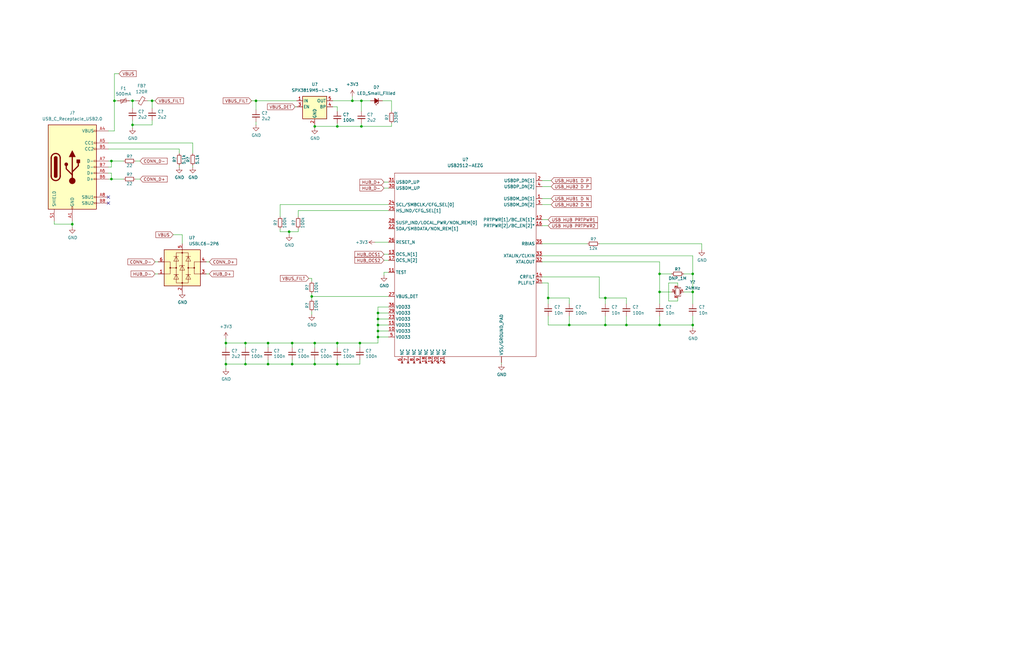
<source format=kicad_sch>
(kicad_sch (version 20211123) (generator eeschema)
  (paper "B")
  (title_block (title "JSmaldone-Keyboard") (date "2022-11-25") (rev "1"))
  (junction (at 528.32 90.17))
  (junction (at 257.81 351.79))
  (junction (at 321.31 370.84))
  (junction (at 596.9 113.03))
  (junction (at 474.98 116.84))
  (junction (at 180.34 351.79))
  (junction (at 180.34 370.84))
  (junction (at 245.11 370.84))
  (junction (at 281.94 378.46))
  (junction (at 308.61 351.79))
  (junction (at 231.14 125.73))
  (junction (at 95.25 153.67))
  (junction (at 152.4 42.545))
  (junction (at 283.21 370.84))
  (junction (at 243.84 359.41))
  (junction (at 257.81 370.84))
  (junction (at 332.74 322.58))
  (junction (at 256.54 378.46))
  (junction (at 294.64 359.41))
  (junction (at 628.65 132.08))
  (junction (at 307.34 359.41))
  (junction (at 320.04 397.51))
  (junction (at 269.24 397.51))
  (junction (at 358.14 340.36))
  (junction (at 92.71 447.04))
  (junction (at 193.04 359.41))
  (junction (at 219.71 389.89))
  (junction (at 283.21 389.89))
  (junction (at 44.45 334.01))
  (junction (at 95.25 353.06))
  (junction (at 232.41 370.84))
  (junction (at 48.26 42.545))
  (junction (at 345.44 322.58))
  (junction (at 332.74 378.46))
  (junction (at 159.385 132.08))
  (junction (at 281.94 322.58))
  (junction (at 281.94 359.41))
  (junction (at 232.41 408.94))
  (junction (at 207.01 370.84))
  (junction (at 270.51 334.01))
  (junction (at 52.07 379.73))
  (junction (at 180.34 334.01))
  (junction (at 245.11 351.79))
  (junction (at 159.385 139.7))
  (junction (at 30.48 94.615))
  (junction (at 320.04 378.46))
  (junction (at 205.74 340.36))
  (junction (at 485.14 116.84))
  (junction (at 270.51 408.94))
  (junction (at 218.44 340.36))
  (junction (at 256.54 322.58))
  (junction (at 610.87 72.39))
  (junction (at 292.1 123.19))
  (junction (at 485.14 110.49))
  (junction (at 205.74 322.58))
  (junction (at 44.45 328.93))
  (junction (at 270.51 389.89))
  (junction (at 113.03 144.78))
  (junction (at 358.14 359.41))
  (junction (at 294.64 340.36))
  (junction (at 151.765 144.78))
  (junction (at 345.44 378.46))
  (junction (at 525.78 184.15))
  (junction (at 219.71 408.94))
  (junction (at 245.11 389.89))
  (junction (at 270.51 351.79))
  (junction (at 643.89 113.03))
  (junction (at 307.34 378.46))
  (junction (at 346.71 370.84))
  (junction (at 219.71 334.01))
  (junction (at 123.19 153.67))
  (junction (at 67.31 363.22))
  (junction (at 231.14 340.36))
  (junction (at 232.41 389.89))
  (junction (at 307.34 322.58))
  (junction (at 194.31 351.79))
  (junction (at 321.31 427.99))
  (junction (at 264.16 137.16))
  (junction (at 346.71 351.79))
  (junction (at 231.14 359.41))
  (junction (at 370.84 359.41))
  (junction (at 142.24 153.67))
  (junction (at 358.14 378.46))
  (junction (at 207.01 427.99))
  (junction (at 292.1 137.16))
  (junction (at 152.4 53.34))
  (junction (at 308.61 427.99))
  (junction (at 194.31 334.01))
  (junction (at 256.54 359.41))
  (junction (at 308.61 334.01))
  (junction (at 482.6 116.84))
  (junction (at 207.01 408.94))
  (junction (at 240.03 137.16))
  (junction (at 283.21 408.94))
  (junction (at 593.09 80.01))
  (junction (at 332.74 359.41))
  (junction (at 618.49 72.39))
  (junction (at 54.61 328.93))
  (junction (at 601.98 80.01))
  (junction (at 308.61 370.84))
  (junction (at 113.03 153.67))
  (junction (at 41.91 370.84))
  (junction (at 245.11 334.01))
  (junction (at 295.91 370.84))
  (junction (at 628.65 72.39))
  (junction (at 55.88 42.545))
  (junction (at 159.385 142.24))
  (junction (at 256.54 340.36))
  (junction (at 295.91 408.94))
  (junction (at 159.385 134.62))
  (junction (at 243.84 340.36))
  (junction (at 269.24 340.36))
  (junction (at 618.49 132.08))
  (junction (at 332.74 397.51))
  (junction (at 255.27 137.16))
  (junction (at 205.74 397.51))
  (junction (at 180.34 427.99))
  (junction (at 492.76 105.41))
  (junction (at 294.64 378.46))
  (junction (at 320.04 340.36))
  (junction (at 308.61 389.89))
  (junction (at 257.81 427.99))
  (junction (at 46.99 75.565))
  (junction (at 64.135 42.545))
  (junction (at 103.505 144.78))
  (junction (at 54.61 334.01))
  (junction (at 107.95 42.545))
  (junction (at 308.61 408.94))
  (junction (at 132.715 53.34))
  (junction (at 269.24 322.58))
  (junction (at 245.11 408.94))
  (junction (at 294.64 322.58))
  (junction (at 283.21 351.79))
  (junction (at 148.59 42.545))
  (junction (at 321.31 389.89))
  (junction (at 292.1 115.57))
  (junction (at 269.24 378.46))
  (junction (at 321.31 351.79))
  (junction (at 219.71 370.84))
  (junction (at 334.01 427.99))
  (junction (at 320.04 322.58))
  (junction (at 332.74 340.36))
  (junction (at 334.01 389.89))
  (junction (at 631.19 72.39))
  (junction (at 255.27 125.73))
  (junction (at 218.44 359.41))
  (junction (at 321.31 334.01))
  (junction (at 46.99 67.945))
  (junction (at 321.31 408.94))
  (junction (at 49.53 379.73))
  (junction (at 159.385 137.16))
  (junction (at 193.04 378.46))
  (junction (at 131.445 125.095))
  (junction (at 596.9 115.57))
  (junction (at 295.91 389.89))
  (junction (at 345.44 359.41))
  (junction (at 207.01 334.01))
  (junction (at 121.92 97.79))
  (junction (at 601.98 72.39))
  (junction (at 132.715 153.67))
  (junction (at 295.91 334.01))
  (junction (at 194.31 427.99))
  (junction (at 500.38 100.33))
  (junction (at 218.44 378.46))
  (junction (at 278.13 115.57))
  (junction (at 334.01 370.84))
  (junction (at 219.71 351.79))
  (junction (at 218.44 322.58))
  (junction (at 270.51 370.84))
  (junction (at 370.84 340.36))
  (junction (at 281.94 340.36))
  (junction (at 218.44 397.51))
  (junction (at 231.14 378.46))
  (junction (at 193.04 340.36))
  (junction (at 334.01 408.94))
  (junction (at 231.14 322.58))
  (junction (at 269.24 359.41))
  (junction (at 193.04 322.58))
  (junction (at 49.53 334.01))
  (junction (at 295.91 351.79))
  (junction (at 474.98 107.95))
  (junction (at 142.24 53.34))
  (junction (at 194.31 408.94))
  (junction (at 257.81 408.94))
  (junction (at 142.24 144.78))
  (junction (at 307.34 340.36))
  (junction (at 345.44 340.36))
  (junction (at 41.91 379.73))
  (junction (at 95.25 144.78))
  (junction (at 55.88 52.705))
  (junction (at 232.41 334.01))
  (junction (at 232.41 351.79))
  (junction (at 283.21 334.01))
  (junction (at 278.13 137.16))
  (junction (at 278.13 123.19))
  (junction (at 52.07 373.38))
  (junction (at 257.81 389.89))
  (junction (at 103.505 153.67))
  (junction (at 207.01 389.89))
  (junction (at 59.69 368.3))
  (junction (at 132.715 144.78))
  (junction (at 207.01 351.79))
  (junction (at 243.84 322.58))
  (junction (at 123.19 144.78))
  (junction (at 49.53 328.93))
  (junction (at 334.01 351.79))
  (junction (at 180.34 389.89))
  (junction (at 320.04 359.41))
  (junction (at 345.44 397.51))
  (junction (at 257.81 334.01))
  (junction (at 243.84 378.46))
  (no_connect (at 45.72 85.725))
  (no_connect (at 45.72 83.185))
  (wire (pts (xy 255.27 125.73) (xy 255.27 128.27)))
  (wire (pts (xy 257.81 328.93) (xy 262.89 328.93)))
  (wire (pts (xy 224.79 346.71) (xy 224.79 345.44)))
  (wire (pts (xy 334.01 365.76) (xy 339.09 365.76)))
  (wire (pts (xy 278.13 128.27) (xy 278.13 123.19)))
  (wire (pts (xy 553.72 153.67) (xy 562.61 153.67)))
  (wire (pts (xy 219.71 389.89) (xy 232.41 389.89)))
  (wire (pts (xy 631.19 72.39) (xy 633.73 72.39)))
  (wire (pts (xy 307.34 378.46) (xy 307.34 359.41)))
  (wire (pts (xy 491.49 100.33) (xy 500.38 100.33)))
  (wire (pts (xy 643.89 113.03) (xy 643.89 114.3)))
  (wire (pts (xy 224.79 403.86) (xy 224.79 402.59)))
  (wire (pts (xy 245.11 408.94) (xy 257.81 408.94)))
  (wire (pts (xy 313.69 403.86) (xy 313.69 402.59)))
  (wire (pts (xy 242.57 378.46) (xy 243.84 378.46)))
  (wire (pts (xy 194.31 328.93) (xy 199.39 328.93)))
  (wire (pts (xy 313.69 346.71) (xy 313.69 345.44)))
  (wire (pts (xy 110.49 411.48) (xy 113.03 411.48)))
  (wire (pts (xy 180.34 334.01) (xy 194.31 334.01)))
  (wire (pts (xy 207.01 422.91) (xy 212.09 422.91)))
  (wire (pts (xy 44.45 328.93) (xy 34.29 328.93)))
  (wire (pts (xy 300.99 328.93) (xy 300.99 327.66)))
  (wire (pts (xy 257.81 389.89) (xy 270.51 389.89)))
  (wire (pts (xy 228.6 116.84) (xy 252.73 116.84)))
  (wire (pts (xy 232.41 408.94) (xy 245.11 408.94)))
  (wire (pts (xy 331.47 416.56) (xy 332.74 416.56)))
  (wire (pts (xy 159.385 139.7) (xy 159.385 142.24)))
  (wire (pts (xy 151.765 144.78) (xy 142.24 144.78)))
  (wire (pts (xy 49.53 370.84) (xy 49.53 379.73)))
  (wire (pts (xy 283.21 365.76) (xy 288.29 365.76)))
  (wire (pts (xy 165.1 53.34) (xy 152.4 53.34)))
  (wire (pts (xy 95.25 151.765) (xy 95.25 153.67)))
  (wire (pts (xy 300.99 384.81) (xy 300.99 383.54)))
  (wire (pts (xy 103.505 153.67) (xy 113.03 153.67)))
  (wire (pts (xy 295.91 403.86) (xy 300.99 403.86)))
  (wire (pts (xy 207.01 346.71) (xy 212.09 346.71)))
  (wire (pts (xy 497.84 128.27) (xy 513.08 128.27)))
  (wire (pts (xy 129.54 416.56) (xy 129.54 417.83)))
  (wire (pts (xy 339.09 422.91) (xy 339.09 421.64)))
  (wire (pts (xy 642.62 99.06) (xy 643.89 99.06)))
  (wire (pts (xy 280.67 359.41) (xy 281.94 359.41)))
  (wire (pts (xy 161.925 79.375) (xy 163.83 79.375)))
  (wire (pts (xy 262.89 346.71) (xy 262.89 345.44)))
  (wire (pts (xy 345.44 340.36) (xy 345.44 322.58)))
  (wire (pts (xy 212.09 384.81) (xy 212.09 383.54)))
  (wire (pts (xy 326.39 328.93) (xy 326.39 327.66)))
  (wire (pts (xy 280.67 378.46) (xy 281.94 378.46)))
  (wire (pts (xy 628.65 132.08) (xy 633.73 132.08)))
  (wire (pts (xy 641.35 113.03) (xy 643.89 113.03)))
  (wire (pts (xy 140.335 42.545) (xy 148.59 42.545)))
  (wire (pts (xy 64.135 50.8) (xy 64.135 52.705)))
  (wire (pts (xy 76.835 99.06) (xy 76.835 102.87)))
  (wire (pts (xy 288.29 365.76) (xy 288.29 364.49)))
  (wire (pts (xy 293.37 397.51) (xy 294.64 397.51)))
  (wire (pts (xy 22.86 94.615) (xy 30.48 94.615)))
  (wire (pts (xy 118.11 96.52) (xy 118.11 97.79)))
  (wire (pts (xy 250.19 365.76) (xy 250.19 364.49)))
  (wire (pts (xy 123.19 153.67) (xy 132.715 153.67)))
  (wire (pts (xy 308.61 422.91) (xy 313.69 422.91)))
  (wire (pts (xy 596.9 113.03) (xy 596.9 115.57)))
  (wire (pts (xy 610.87 78.74) (xy 610.87 80.01)))
  (wire (pts (xy 45.72 62.865) (xy 75.565 62.865)))
  (wire (pts (xy 240.03 133.35) (xy 240.03 137.16)))
  (wire (pts (xy 283.21 351.79) (xy 295.91 351.79)))
  (wire (pts (xy 110.49 365.76) (xy 113.03 365.76)))
  (wire (pts (xy 528.32 92.71) (xy 528.32 90.17)))
  (wire (pts (xy 118.11 97.79) (xy 121.92 97.79)))
  (wire (pts (xy 110.49 386.08) (xy 113.03 386.08)))
  (wire (pts (xy 54.61 388.62) (xy 68.58 388.62)))
  (wire (pts (xy 478.79 105.41) (xy 492.76 105.41)))
  (wire (pts (xy 280.67 340.36) (xy 281.94 340.36)))
  (wire (pts (xy 245.11 365.76) (xy 250.19 365.76)))
  (wire (pts (xy 308.61 351.79) (xy 321.31 351.79)))
  (wire (pts (xy 151.765 144.78) (xy 151.765 146.685)))
  (wire (pts (xy 92.71 353.06) (xy 95.25 353.06)))
  (wire (pts (xy 212.09 365.76) (xy 212.09 364.49)))
  (wire (pts (xy 250.19 403.86) (xy 250.19 402.59)))
  (wire (pts (xy 80.01 396.24) (xy 69.85 396.24)))
  (wire (pts (xy 487.68 128.27) (xy 492.76 128.27)))
  (wire (pts (xy 97.79 355.6) (xy 97.79 353.06)))
  (wire (pts (xy 346.71 346.71) (xy 351.79 346.71)))
  (wire (pts (xy 45.72 55.245) (xy 48.26 55.245)))
  (wire (pts (xy 207.01 389.89) (xy 219.71 389.89)))
  (wire (pts (xy 180.34 427.99) (xy 194.31 427.99)))
  (wire (pts (xy 256.54 378.46) (xy 256.54 359.41)))
  (wire (pts (xy 255.27 359.41) (xy 256.54 359.41)))
  (wire (pts (xy 320.04 378.46) (xy 320.04 359.41)))
  (wire (pts (xy 231.14 359.41) (xy 231.14 340.36)))
  (wire (pts (xy 641.35 107.95) (xy 643.89 107.95)))
  (wire (pts (xy 593.09 72.39) (xy 601.98 72.39)))
  (wire (pts (xy 218.44 340.36) (xy 217.17 340.36)))
  (wire (pts (xy 269.24 359.41) (xy 269.24 340.36)))
  (wire (pts (xy 41.91 363.22) (xy 41.91 370.84)))
  (wire (pts (xy 80.01 388.62) (xy 73.66 388.62)))
  (wire (pts (xy 199.39 328.93) (xy 199.39 327.66)))
  (wire (pts (xy 207.01 370.84) (xy 219.71 370.84)))
  (wire (pts (xy 110.49 426.72) (xy 111.76 426.72)))
  (wire (pts (xy 283.21 115.57) (xy 278.13 115.57)))
  (wire (pts (xy 267.97 340.36) (xy 269.24 340.36)))
  (wire (pts (xy 288.29 346.71) (xy 288.29 345.44)))
  (wire (pts (xy 231.14 322.58) (xy 231.14 314.96)))
  (wire (pts (xy 83.82 447.04) (xy 83.82 450.85)))
  (wire (pts (xy 232.41 384.81) (xy 237.49 384.81)))
  (wire (pts (xy 103.505 144.78) (xy 113.03 144.78)))
  (wire (pts (xy 231.14 119.38) (xy 231.14 125.73)))
  (wire (pts (xy 207.01 351.79) (xy 219.71 351.79)))
  (wire (pts (xy 245.11 328.93) (xy 250.19 328.93)))
  (wire (pts (xy 270.51 408.94) (xy 283.21 408.94)))
  (wire (pts (xy 75.565 69.85) (xy 75.565 70.485)))
  (wire (pts (xy 339.09 328.93) (xy 339.09 327.66)))
  (wire (pts (xy 159.385 132.08) (xy 163.83 132.08)))
  (wire (pts (xy 161.925 107.315) (xy 163.83 107.315)))
  (wire (pts (xy 308.61 403.86) (xy 313.69 403.86)))
  (wire (pts (xy 245.11 346.71) (xy 250.19 346.71)))
  (wire (pts (xy 306.07 378.46) (xy 307.34 378.46)))
  (wire (pts (xy 194.31 403.86) (xy 199.39 403.86)))
  (wire (pts (xy 262.89 328.93) (xy 262.89 327.66)))
  (wire (pts (xy 492.76 107.95) (xy 492.76 105.41)))
  (wire (pts (xy 264.16 137.16) (xy 278.13 137.16)))
  (wire (pts (xy 73.025 99.06) (xy 76.835 99.06)))
  (wire (pts (xy 601.98 72.39) (xy 601.98 73.66)))
  (wire (pts (xy 326.39 403.86) (xy 326.39 402.59)))
  (wire (pts (xy 152.4 52.07) (xy 152.4 53.34)))
  (wire (pts (xy 525.78 90.17) (xy 528.32 90.17)))
  (wire (pts (xy 369.57 340.36) (xy 370.84 340.36)))
  (wire (pts (xy 217.17 322.58) (xy 218.44 322.58)))
  (wire (pts (xy 339.09 365.76) (xy 339.09 364.49)))
  (wire (pts (xy 190.5 359.41) (xy 193.04 359.41)))
  (wire (pts (xy 34.29 334.01) (xy 44.45 334.01)))
  (wire (pts (xy 257.81 408.94) (xy 270.51 408.94)))
  (wire (pts (xy 52.07 378.46) (xy 52.07 379.73)))
  (wire (pts (xy 232.41 370.84) (xy 245.11 370.84)))
  (wire (pts (xy 492.76 116.84) (xy 485.14 116.84)))
  (wire (pts (xy 283.21 328.93) (xy 288.29 328.93)))
  (wire (pts (xy 295.91 346.71) (xy 300.99 346.71)))
  (wire (pts (xy 610.87 115.57) (xy 596.9 115.57)))
  (wire (pts (xy 95.25 144.78) (xy 95.25 146.685)))
  (wire (pts (xy 269.24 340.36) (xy 269.24 322.58)))
  (wire (pts (xy 54.61 328.93) (xy 49.53 328.93)))
  (wire (pts (xy 306.07 359.41) (xy 307.34 359.41)))
  (wire (pts (xy 313.69 328.93) (xy 313.69 327.66)))
  (wire (pts (xy 131.445 125.095) (xy 131.445 126.365)))
  (wire (pts (xy 163.83 114.935) (xy 161.925 114.935)))
  (wire (pts (xy 308.61 365.76) (xy 313.69 365.76)))
  (wire (pts (xy 269.24 322.58) (xy 269.24 314.96)))
  (wire (pts (xy 81.28 60.325) (xy 81.28 64.77)))
  (wire (pts (xy 67.31 361.95) (xy 67.31 363.22)))
  (wire (pts (xy 173.99 370.84) (xy 180.34 370.84)))
  (wire (pts (xy 113.03 144.78) (xy 113.03 146.685)))
  (wire (pts (xy 344.17 359.41) (xy 345.44 359.41)))
  (wire (pts (xy 237.49 365.76) (xy 237.49 364.49)))
  (wire (pts (xy 516.89 184.15) (xy 516.89 187.96)))
  (wire (pts (xy 231.14 340.36) (xy 231.14 322.58)))
  (wire (pts (xy 64.135 42.545) (xy 65.405 42.545)))
  (wire (pts (xy 219.71 370.84) (xy 232.41 370.84)))
  (wire (pts (xy 632.46 172.72) (xy 636.27 172.72)))
  (wire (pts (xy 107.95 42.545) (xy 107.95 46.355)))
  (wire (pts (xy 283.21 384.81) (xy 288.29 384.81)))
  (wire (pts (xy 262.89 365.76) (xy 262.89 364.49)))
  (wire (pts (xy 131.445 118.745) (xy 131.445 117.475)))
  (wire (pts (xy 332.74 314.96) (xy 332.74 322.58)))
  (wire (pts (xy 283.21 389.89) (xy 295.91 389.89)))
  (wire (pts (xy 295.91 408.94) (xy 308.61 408.94)))
  (wire (pts (xy 121.92 97.79) (xy 125.73 97.79)))
  (wire (pts (xy 281.94 359.41) (xy 281.94 340.36)))
  (wire (pts (xy 219.71 346.71) (xy 224.79 346.71)))
  (wire (pts (xy 228.6 86.36) (xy 232.41 86.36)))
  (wire (pts (xy 364.49 403.86) (xy 364.49 402.59)))
  (wire (pts (xy 110.49 378.46) (xy 113.03 378.46)))
  (wire (pts (xy 339.09 403.86) (xy 339.09 402.59)))
  (wire (pts (xy 339.09 384.81) (xy 339.09 383.54)))
  (wire (pts (xy 487.68 125.73) (xy 501.65 125.73)))
  (wire (pts (xy 267.97 359.41) (xy 269.24 359.41)))
  (wire (pts (xy 232.41 365.76) (xy 237.49 365.76)))
  (wire (pts (xy 346.71 384.81) (xy 351.79 384.81)))
  (wire (pts (xy 267.97 378.46) (xy 269.24 378.46)))
  (wire (pts (xy 199.39 422.91) (xy 199.39 421.64)))
  (wire (pts (xy 54.61 42.545) (xy 55.88 42.545)))
  (wire (pts (xy 358.14 359.41) (xy 358.14 340.36)))
  (wire (pts (xy 132.715 52.705) (xy 132.715 53.34)))
  (wire (pts (xy 334.01 427.99) (xy 346.71 427.99)))
  (wire (pts (xy 601.98 72.39) (xy 610.87 72.39)))
  (wire (pts (xy 243.84 340.36) (xy 243.84 322.58)))
  (wire (pts (xy 103.505 144.78) (xy 103.505 146.685)))
  (wire (pts (xy 270.51 389.89) (xy 283.21 389.89)))
  (wire (pts (xy 492.76 113.03) (xy 492.76 116.84)))
  (wire (pts (xy 288.29 115.57) (xy 292.1 115.57)))
  (wire (pts (xy 543.56 153.67) (xy 548.64 153.67)))
  (wire (pts (xy 334.01 351.79) (xy 346.71 351.79)))
  (wire (pts (xy 55.88 42.545) (xy 55.88 45.72)))
  (wire (pts (xy 256.54 397.51) (xy 256.54 378.46)))
  (wire (pts (xy 270.51 351.79) (xy 283.21 351.79)))
  (wire (pts (xy 193.04 322.58) (xy 190.5 322.58)))
  (wire (pts (xy 148.59 42.545) (xy 152.4 42.545)))
  (wire (pts (xy 332.74 416.56) (xy 332.74 397.51)))
  (wire (pts (xy 308.61 370.84) (xy 321.31 370.84)))
  (wire (pts (xy 161.925 76.835) (xy 163.83 76.835)))
  (wire (pts (xy 283.21 408.94) (xy 295.91 408.94)))
  (wire (pts (xy 528.32 184.15) (xy 525.78 184.15)))
  (wire (pts (xy 46.99 75.565) (xy 45.72 75.565)))
  (wire (pts (xy 528.32 90.17) (xy 528.32 88.9)))
  (wire (pts (xy 252.73 102.87) (xy 295.91 102.87)))
  (wire (pts (xy 369.57 397.51) (xy 370.84 397.51)))
  (wire (pts (xy 49.53 325.12) (xy 49.53 328.93)))
  (wire (pts (xy 307.34 397.51) (xy 307.34 378.46)))
  (wire (pts (xy 180.34 328.93) (xy 185.42 328.93)))
  (wire (pts (xy 255.27 397.51) (xy 256.54 397.51)))
  (wire (pts (xy 46.99 70.485) (xy 45.72 70.485)))
  (wire (pts (xy 163.83 129.54) (xy 159.385 129.54)))
  (wire (pts (xy 57.15 75.565) (xy 59.055 75.565)))
  (wire (pts (xy 356.87 416.56) (xy 358.14 416.56)))
  (wire (pts (xy 344.17 322.58) (xy 345.44 322.58)))
  (wire (pts (xy 65.405 110.49) (xy 66.675 110.49)))
  (wire (pts (xy 318.77 322.58) (xy 320.04 322.58)))
  (wire (pts (xy 257.81 422.91) (xy 262.89 422.91)))
  (wire (pts (xy 278.13 133.35) (xy 278.13 137.16)))
  (wire (pts (xy 110.49 424.18) (xy 111.76 424.18)))
  (wire (pts (xy 506.73 120.65) (xy 506.73 119.38)))
  (wire (pts (xy 618.49 132.08) (xy 618.49 133.35)))
  (wire (pts (xy 320.04 359.41) (xy 320.04 340.36)))
  (wire (pts (xy 525.78 92.71) (xy 525.78 90.17)))
  (wire (pts (xy 255.27 322.58) (xy 256.54 322.58)))
  (wire (pts (xy 334.01 408.94) (xy 359.41 408.94)))
  (wire (pts (xy 81.28 69.85) (xy 81.28 70.485)))
  (wire (pts (xy 231.14 125.73) (xy 231.14 128.27)))
  (wire (pts (xy 257.81 346.71) (xy 262.89 346.71)))
  (wire (pts (xy 308.61 384.81) (xy 313.69 384.81)))
  (wire (pts (xy 346.71 422.91) (xy 351.79 422.91)))
  (wire (pts (xy 633.73 130.81) (xy 633.73 132.08)))
  (wire (pts (xy 240.03 137.16) (xy 231.14 137.16)))
  (wire (pts (xy 123.19 144.78) (xy 123.19 146.685)))
  (wire (pts (xy 513.08 120.65) (xy 506.73 120.65)))
  (wire (pts (xy 300.99 403.86) (xy 300.99 402.59)))
  (wire (pts (xy 245.11 389.89) (xy 257.81 389.89)))
  (wire (pts (xy 120.65 416.56) (xy 129.54 416.56)))
  (wire (pts (xy 321.31 408.94) (xy 334.01 408.94)))
  (wire (pts (xy 334.01 328.93) (xy 339.09 328.93)))
  (wire (pts (xy 306.07 322.58) (xy 307.34 322.58)))
  (wire (pts (xy 69.85 396.24) (xy 69.85 398.78)))
  (wire (pts (xy 500.38 92.71) (xy 500.38 93.98)))
  (wire (pts (xy 54.61 334.01) (xy 64.77 334.01)))
  (wire (pts (xy 331.47 340.36) (xy 332.74 340.36)))
  (wire (pts (xy 207.01 408.94) (xy 219.71 408.94)))
  (wire (pts (xy 159.385 134.62) (xy 159.385 137.16)))
  (wire (pts (xy 369.57 359.41) (xy 370.84 359.41)))
  (wire (pts (xy 57.15 67.945) (xy 59.055 67.945)))
  (wire (pts (xy 232.41 351.79) (xy 245.11 351.79)))
  (wire (pts (xy 270.51 370.84) (xy 283.21 370.84)))
  (wire (pts (xy 318.77 397.51) (xy 320.04 397.51)))
  (wire (pts (xy 283.21 370.84) (xy 295.91 370.84)))
  (wire (pts (xy 190.5 340.36) (xy 193.04 340.36)))
  (wire (pts (xy 278.13 115.57) (xy 278.13 123.19)))
  (wire (pts (xy 257.81 365.76) (xy 262.89 365.76)))
  (wire (pts (xy 86.995 115.57) (xy 88.265 115.57)))
  (wire (pts (xy 288.29 403.86) (xy 288.29 402.59)))
  (wire (pts (xy 344.17 340.36) (xy 345.44 340.36)))
  (wire (pts (xy 618.49 72.39) (xy 618.49 80.01)))
  (wire (pts (xy 228.6 102.87) (xy 247.65 102.87)))
  (wire (pts (xy 242.57 340.36) (xy 243.84 340.36)))
  (wire (pts (xy 211.455 153.035) (xy 211.455 153.67)))
  (wire (pts (xy 207.01 384.81) (xy 212.09 384.81)))
  (wire (pts (xy 180.34 346.71) (xy 185.42 346.71)))
  (wire (pts (xy 106.045 42.545) (xy 107.95 42.545)))
  (wire (pts (xy 110.49 368.3) (xy 113.03 368.3)))
  (wire (pts (xy 110.49 373.38) (xy 113.03 373.38)))
  (wire (pts (xy 320.04 340.36) (xy 320.04 322.58)))
  (wire (pts (xy 345.44 378.46) (xy 345.44 359.41)))
  (wire (pts (xy 618.49 72.39) (xy 628.65 72.39)))
  (wire (pts (xy 159.385 144.78) (xy 151.765 144.78)))
  (wire (pts (xy 243.84 322.58) (xy 243.84 314.96)))
  (wire (pts (xy 52.07 373.38) (xy 80.01 373.38)))
  (wire (pts (xy 218.44 397.51) (xy 218.44 378.46)))
  (wire (pts (xy 267.97 416.56) (xy 269.24 416.56)))
  (wire (pts (xy 110.49 403.86) (xy 113.03 403.86)))
  (wire (pts (xy 285.75 120.65) (xy 285.75 119.38)))
  (wire (pts (xy 132.715 144.78) (xy 142.24 144.78)))
  (wire (pts (xy 173.99 389.89) (xy 180.34 389.89)))
  (wire (pts (xy 165.1 52.07) (xy 165.1 53.34)))
  (wire (pts (xy 110.49 401.32) (xy 113.03 401.32)))
  (wire (pts (xy 231.14 359.41) (xy 231.14 378.46)))
  (wire (pts (xy 596.9 102.87) (xy 596.9 113.03)))
  (wire (pts (xy 318.77 378.46) (xy 320.04 378.46)))
  (wire (pts (xy 113.03 144.78) (xy 123.19 144.78)))
  (wire (pts (xy 245.11 370.84) (xy 257.81 370.84)))
  (wire (pts (xy 358.14 416.56) (xy 358.14 378.46)))
  (wire (pts (xy 194.31 422.91) (xy 199.39 422.91)))
  (wire (pts (xy 481.33 100.33) (xy 474.98 100.33)))
  (wire (pts (xy 264.16 133.35) (xy 264.16 137.16)))
  (wire (pts (xy 610.87 80.01) (xy 601.98 80.01)))
  (wire (pts (xy 228.6 95.25) (xy 231.14 95.25)))
  (wire (pts (xy 49.53 379.73) (xy 41.91 379.73)))
  (wire (pts (xy 142.24 45.085) (xy 142.24 46.99)))
  (wire (pts (xy 502.92 140.97) (xy 502.92 143.51)))
  (wire (pts (xy 292.1 137.16) (xy 292.1 138.43)))
  (wire (pts (xy 95.25 355.6) (xy 95.25 353.06)))
  (wire (pts (xy 326.39 365.76) (xy 326.39 364.49)))
  (wire (pts (xy 264.16 137.16) (xy 255.27 137.16)))
  (wire (pts (xy 610.87 72.39) (xy 610.87 73.66)))
  (wire (pts (xy 110.49 416.56) (xy 115.57 416.56)))
  (wire (pts (xy 257.81 334.01) (xy 270.51 334.01)))
  (wire (pts (xy 110.49 381) (xy 113.03 381)))
  (wire (pts (xy 270.51 365.76) (xy 275.59 365.76)))
  (wire (pts (xy 224.79 384.81) (xy 224.79 383.54)))
  (wire (pts (xy 295.91 334.01) (xy 308.61 334.01)))
  (wire (pts (xy 217.17 359.41) (xy 218.44 359.41)))
  (wire (pts (xy 80.01 383.54) (xy 73.66 383.54)))
  (wire (pts (xy 59.69 379.73) (xy 52.07 379.73)))
  (wire (pts (xy 593.09 80.01) (xy 593.09 82.55)))
  (wire (pts (xy 163.83 86.36) (xy 118.11 86.36)))
  (wire (pts (xy 110.49 388.62) (xy 113.03 388.62)))
  (wire (pts (xy 46.99 67.945) (xy 52.07 67.945)))
  (wire (pts (xy 64.135 42.545) (xy 64.135 45.72)))
  (wire (pts (xy 270.51 384.81) (xy 275.59 384.81)))
  (wire (pts (xy 262.89 422.91) (xy 262.89 421.64)))
  (wire (pts (xy 212.09 403.86) (xy 212.09 402.59)))
  (wire (pts (xy 257.81 370.84) (xy 270.51 370.84)))
  (wire (pts (xy 345.44 322.58) (xy 345.44 314.96)))
  (wire (pts (xy 132.715 53.34) (xy 132.715 53.975)))
  (wire (pts (xy 275.59 384.81) (xy 275.59 383.54)))
  (wire (pts (xy 229.87 397.51) (xy 231.14 397.51)))
  (wire (pts (xy 193.04 378.46) (xy 193.04 359.41)))
  (wire (pts (xy 307.34 322.58) (xy 307.34 314.96)))
  (wire (pts (xy 49.53 337.82) (xy 49.53 334.01)))
  (wire (pts (xy 95.25 447.04) (xy 92.71 447.04)))
  (wire (pts (xy 159.385 137.16) (xy 163.83 137.16)))
  (wire (pts (xy 142.24 53.34) (xy 132.715 53.34)))
  (wire (pts (xy 159.385 137.16) (xy 159.385 139.7)))
  (wire (pts (xy 125.73 88.9) (xy 125.73 91.44)))
  (wire (pts (xy 281.94 397.51) (xy 281.94 378.46)))
  (wire (pts (xy 257.81 351.79) (xy 270.51 351.79)))
  (wire (pts (xy 240.03 125.73) (xy 240.03 128.27)))
  (wire (pts (xy 610.87 113.03) (xy 596.9 113.03)))
  (wire (pts (xy 283.21 403.86) (xy 288.29 403.86)))
  (wire (pts (xy 110.49 370.84) (xy 113.03 370.84)))
  (wire (pts (xy 107.95 42.545) (xy 125.095 42.545)))
  (wire (pts (xy 485.14 116.84) (xy 482.6 116.84)))
  (wire (pts (xy 30.48 93.345) (xy 30.48 94.615)))
  (wire (pts (xy 485.14 115.57) (xy 485.14 116.84)))
  (wire (pts (xy 294.64 378.46) (xy 294.64 359.41)))
  (wire (pts (xy 205.74 322.58) (xy 205.74 314.96)))
  (wire (pts (xy 562.61 153.67) (xy 562.61 154.94)))
  (wire (pts (xy 48.26 31.115) (xy 48.26 42.545)))
  (wire (pts (xy 245.11 403.86) (xy 250.19 403.86)))
  (wire (pts (xy 45.72 60.325) (xy 81.28 60.325)))
  (wire (pts (xy 502.92 133.35) (xy 502.92 135.89)))
  (wire (pts (xy 628.65 72.39) (xy 631.19 72.39)))
  (wire (pts (xy 67.31 355.6) (xy 67.31 356.87)))
  (wire (pts (xy 180.34 422.91) (xy 185.42 422.91)))
  (wire (pts (xy 275.59 346.71) (xy 275.59 345.44)))
  (wire (pts (xy 334.01 346.71) (xy 339.09 346.71)))
  (wire (pts (xy 252.73 125.73) (xy 255.27 125.73)))
  (wire (pts (xy 334.01 370.84) (xy 346.71 370.84)))
  (wire (pts (xy 229.87 378.46) (xy 231.14 378.46)))
  (wire (pts (xy 158.115 102.235) (xy 163.83 102.235)))
  (wire (pts (xy 641.35 100.33) (xy 642.62 100.33)))
  (wire (pts (xy 242.57 397.51) (xy 243.84 397.51)))
  (wire (pts (xy 64.77 328.93) (xy 54.61 328.93)))
  (wire (pts (xy 132.715 153.67) (xy 142.24 153.67)))
  (wire (pts (xy 142.24 144.78) (xy 142.24 146.685)))
  (wire (pts (xy 180.34 384.81) (xy 185.42 384.81)))
  (wire (pts (xy 45.72 73.025) (xy 46.99 73.025)))
  (wire (pts (xy 255.27 340.36) (xy 256.54 340.36)))
  (wire (pts (xy 320.04 322.58) (xy 320.04 314.96)))
  (wire (pts (xy 232.41 328.93) (xy 237.49 328.93)))
  (wire (pts (xy 243.84 378.46) (xy 243.84 359.41)))
  (wire (pts (xy 601.98 78.74) (xy 601.98 80.01)))
  (wire (pts (xy 41.91 370.84) (xy 43.18 370.84)))
  (wire (pts (xy 270.51 334.01) (xy 283.21 334.01)))
  (wire (pts (xy 110.49 393.7) (xy 113.03 393.7)))
  (wire (pts (xy 346.71 370.84) (xy 359.41 370.84)))
  (wire (pts (xy 59.69 368.3) (xy 80.01 368.3)))
  (wire (pts (xy 482.6 107.95) (xy 482.6 116.84)))
  (wire (pts (xy 228.6 119.38) (xy 231.14 119.38)))
  (wire (pts (xy 107.95 51.435) (xy 107.95 52.705)))
  (wire (pts (xy 45.72 67.945) (xy 46.99 67.945)))
  (wire (pts (xy 237.49 346.71) (xy 237.49 345.44)))
  (wire (pts (xy 30.48 94.615) (xy 30.48 95.885)))
  (wire (pts (xy 631.19 72.39) (xy 631.19 80.01)))
  (wire (pts (xy 131.445 123.825) (xy 131.445 125.095)))
  (wire (pts (xy 69.85 403.86) (xy 69.85 406.4)))
  (wire (pts (xy 308.61 346.71) (xy 313.69 346.71)))
  (wire (pts (xy 163.83 88.9) (xy 125.73 88.9)))
  (wire (pts (xy 318.77 359.41) (xy 320.04 359.41)))
  (wire (pts (xy 256.54 322.58) (xy 256.54 314.96)))
  (wire (pts (xy 292.1 128.27) (xy 292.1 123.19)))
  (wire (pts (xy 212.09 346.71) (xy 212.09 345.44)))
  (wire (pts (xy 474.98 107.95) (xy 476.25 107.95)))
  (wire (pts (xy 618.49 132.08) (xy 628.65 132.08)))
  (wire (pts (xy 618.49 130.81) (xy 618.49 132.08)))
  (wire (pts (xy 46.99 67.945) (xy 46.99 70.485)))
  (wire (pts (xy 359.41 346.71) (xy 364.49 346.71)))
  (wire (pts (xy 180.34 351.79) (xy 194.31 351.79)))
  (wire (pts (xy 232.41 403.86) (xy 237.49 403.86)))
  (wire (pts (xy 500.38 100.33) (xy 513.08 100.33)))
  (wire (pts (xy 308.61 427.99) (xy 321.31 427.99)))
  (wire (pts (xy 185.42 346.71) (xy 185.42 345.44)))
  (wire (pts (xy 55.88 52.705) (xy 64.135 52.705)))
  (wire (pts (xy 256.54 359.41) (xy 256.54 340.36)))
  (wire (pts (xy 46.99 73.025) (xy 46.99 75.565)))
  (wire (pts (xy 288.29 384.81) (xy 288.29 383.54)))
  (wire (pts (xy 245.11 384.81) (xy 250.19 384.81)))
  (wire (pts (xy 280.67 322.58) (xy 281.94 322.58)))
  (wire (pts (xy 331.47 322.58) (xy 332.74 322.58)))
  (wire (pts (xy 205.74 340.36) (xy 205.74 322.58)))
  (wire (pts (xy 292.1 133.35) (xy 292.1 137.16)))
  (wire (pts (xy 185.42 365.76) (xy 185.42 364.49)))
  (wire (pts (xy 237.49 384.81) (xy 237.49 383.54)))
  (wire (pts (xy 356.87 378.46) (xy 358.14 378.46)))
  (wire (pts (xy 359.41 365.76) (xy 364.49 365.76)))
  (wire (pts (xy 295.91 365.76) (xy 300.99 365.76)))
  (wire (pts (xy 530.86 90.17) (xy 528.32 90.17)))
  (wire (pts (xy 294.64 322.58) (xy 294.64 314.96)))
  (wire (pts (xy 255.27 125.73) (xy 264.16 125.73)))
  (wire (pts (xy 306.07 397.51) (xy 307.34 397.51)))
  (wire (pts (xy 334.01 389.89) (xy 346.71 389.89)))
  (wire (pts (xy 293.37 322.58) (xy 294.64 322.58)))
  (wire (pts (xy 293.37 340.36) (xy 294.64 340.36)))
  (wire (pts (xy 641.35 95.25) (xy 642.62 95.25)))
  (wire (pts (xy 193.04 314.96) (xy 193.04 322.58)))
  (wire (pts (xy 345.44 416.56) (xy 345.44 397.51)))
  (wire (pts (xy 356.87 359.41) (xy 358.14 359.41)))
  (wire (pts (xy 351.79 346.71) (xy 351.79 345.44)))
  (wire (pts (xy 306.07 340.36) (xy 307.34 340.36)))
  (wire (pts (xy 281.94 119.38) (xy 281.94 127)))
  (wire (pts (xy 59.69 370.84) (xy 59.69 368.3)))
  (wire (pts (xy 370.84 397.51) (xy 370.84 359.41)))
  (wire (pts (xy 194.31 351.79) (xy 207.01 351.79)))
  (wire (pts (xy 313.69 422.91) (xy 313.69 421.64)))
  (wire (pts (xy 207.01 365.76) (xy 212.09 365.76)))
  (wire (pts (xy 281.94 340.36) (xy 281.94 322.58)))
  (wire (pts (xy 207.01 427.99) (xy 257.81 427.99)))
  (wire (pts (xy 207.01 334.01) (xy 219.71 334.01)))
  (wire (pts (xy 250.19 384.81) (xy 250.19 383.54)))
  (wire (pts (xy 281.94 127) (xy 285.75 127)))
  (wire (pts (xy 313.69 384.81) (xy 313.69 383.54)))
  (wire (pts (xy 49.53 334.01) (xy 54.61 334.01)))
  (wire (pts (xy 131.445 117.475) (xy 130.175 117.475)))
  (wire (pts (xy 292.1 123.19) (xy 288.29 123.19)))
  (wire (pts (xy 278.13 115.57) (xy 278.13 110.49)))
  (wire (pts (xy 165.1 42.545) (xy 161.29 42.545)))
  (wire (pts (xy 95.25 153.67) (xy 95.25 155.575)))
  (wire (pts (xy 257.81 384.81) (xy 262.89 384.81)))
  (wire (pts (xy 278.13 123.19) (xy 283.21 123.19)))
  (wire (pts (xy 320.04 397.51) (xy 320.04 378.46)))
  (wire (pts (xy 218.44 359.41) (xy 218.44 340.36)))
  (wire (pts (xy 262.89 384.81) (xy 262.89 383.54)))
  (wire (pts (xy 218.44 314.96) (xy 218.44 322.58)))
  (wire (pts (xy 294.64 359.41) (xy 294.64 340.36)))
  (wire (pts (xy 185.42 384.81) (xy 185.42 383.54)))
  (wire (pts (xy 161.925 109.855) (xy 163.83 109.855)))
  (wire (pts (xy 110.49 406.4) (xy 113.03 406.4)))
  (wire (pts (xy 86.995 110.49) (xy 88.265 110.49)))
  (wire (pts (xy 334.01 422.91) (xy 339.09 422.91)))
  (wire (pts (xy 54.61 391.16) (xy 59.69 391.16)))
  (wire (pts (xy 45.72 368.3) (xy 59.69 368.3)))
  (wire (pts (xy 295.91 389.89) (xy 308.61 389.89)))
  (wire (pts (xy 228.6 107.95) (xy 292.1 107.95)))
  (wire (pts (xy 332.74 397.51) (xy 332.74 378.46)))
  (wire (pts (xy 194.31 334.01) (xy 207.01 334.01)))
  (wire (pts (xy 485.14 110.49) (xy 513.08 110.49)))
  (wire (pts (xy 593.09 73.66) (xy 593.09 72.39)))
  (wire (pts (xy 270.51 403.86) (xy 275.59 403.86)))
  (wire (pts (xy 321.31 422.91) (xy 326.39 422.91)))
  (wire (pts (xy 243.84 359.41) (xy 243.84 340.36)))
  (wire (pts (xy 207.01 328.93) (xy 212.09 328.93)))
  (wire (pts (xy 278.13 110.49) (xy 228.6 110.49)))
  (wire (pts (xy 601.98 80.01) (xy 593.09 80.01)))
  (wire (pts (xy 295.91 370.84) (xy 308.61 370.84)))
  (wire (pts (xy 346.71 365.76) (xy 351.79 365.76)))
  (wire (pts (xy 307.34 340.36) (xy 307.34 322.58)))
  (wire (pts (xy 193.04 340.36) (xy 193.04 322.58)))
  (wire (pts (xy 159.385 134.62) (xy 163.83 134.62)))
  (wire (pts (xy 121.92 97.79) (xy 121.92 99.06)))
  (wire (pts (xy 513.08 125.73) (xy 506.73 125.73)))
  (wire (pts (xy 283.21 346.71) (xy 288.29 346.71)))
  (wire (pts (xy 351.79 422.91) (xy 351.79 421.64)))
  (wire (pts (xy 321.31 403.86) (xy 326.39 403.86)))
  (wire (pts (xy 132.715 146.685) (xy 132.715 144.78)))
  (wire (pts (xy 632.46 175.26) (xy 636.27 175.26)))
  (wire (pts (xy 280.67 397.51) (xy 281.94 397.51)))
  (wire (pts (xy 228.6 78.74) (xy 232.41 78.74)))
  (wire (pts (xy 228.6 92.71) (xy 231.14 92.71)))
  (wire (pts (xy 332.74 322.58) (xy 332.74 340.36)))
  (wire (pts (xy 321.31 389.89) (xy 334.01 389.89)))
  (wire (pts (xy 62.23 42.545) (xy 64.135 42.545)))
  (wire (pts (xy 245.11 334.01) (xy 257.81 334.01)))
  (wire (pts (xy 48.26 363.22) (xy 41.91 363.22)))
  (wire (pts (xy 67.31 363.22) (xy 80.01 363.22)))
  (wire (pts (xy 125.73 96.52) (xy 125.73 97.79)))
  (wire (pts (xy 228.6 83.82) (xy 232.41 83.82)))
  (wire (pts (xy 75.565 62.865) (xy 75.565 64.77)))
  (wire (pts (xy 492.76 105.41) (xy 513.08 105.41)))
  (wire (pts (xy 123.19 151.765) (xy 123.19 153.67)))
  (wire (pts (xy 123.19 144.78) (xy 132.715 144.78)))
  (wire (pts (xy 243.84 397.51) (xy 243.84 378.46)))
  (wire (pts (xy 370.84 359.41) (xy 370.84 340.36)))
  (wire (pts (xy 326.39 384.81) (xy 326.39 383.54)))
  (wire (pts (xy 610.87 72.39) (xy 618.49 72.39)))
  (wire (pts (xy 283.21 334.01) (xy 295.91 334.01)))
  (wire (pts (xy 204.47 340.36) (xy 205.74 340.36)))
  (wire (pts (xy 364.49 346.71) (xy 364.49 345.44)))
  (wire (pts (xy 642.62 96.52) (xy 643.89 96.52)))
  (wire (pts (xy 356.87 340.36) (xy 358.14 340.36)))
  (wire (pts (xy 513.08 133.35) (xy 502.92 133.35)))
  (wire (pts (xy 269.24 416.56) (xy 269.24 397.51)))
  (wire (pts (xy 481.33 107.95) (xy 482.6 107.95)))
  (wire (pts (xy 295.91 351.79) (xy 308.61 351.79)))
  (wire (pts (xy 58.42 363.22) (xy 67.31 363.22)))
  (wire (pts (xy 255.27 378.46) (xy 256.54 378.46)))
  (wire (pts (xy 48.26 42.545) (xy 48.26 55.245)))
  (wire (pts (xy 250.19 346.71) (xy 250.19 345.44)))
  (wire (pts (xy 332.74 378.46) (xy 332.74 359.41)))
  (wire (pts (xy 140.335 45.085) (xy 142.24 45.085)))
  (wire (pts (xy 193.04 359.41) (xy 193.04 340.36)))
  (wire (pts (xy 321.31 384.81) (xy 326.39 384.81)))
  (wire (pts (xy 92.71 355.6) (xy 92.71 353.06)))
  (wire (pts (xy 332.74 359.41) (xy 332.74 340.36)))
  (wire (pts (xy 628.65 130.81) (xy 628.65 132.08)))
  (wire (pts (xy 231.14 125.73) (xy 240.03 125.73)))
  (wire (pts (xy 300.99 346.71) (xy 300.99 345.44)))
  (wire (pts (xy 190.5 416.56) (xy 193.04 416.56)))
  (wire (pts (xy 152.4 42.545) (xy 152.4 46.99)))
  (wire (pts (xy 219.71 408.94) (xy 232.41 408.94)))
  (wire (pts (xy 45.72 373.38) (xy 52.07 373.38)))
  (wire (pts (xy 185.42 422.91) (xy 185.42 421.64)))
  (wire (pts (xy 275.59 328.93) (xy 275.59 327.66)))
  (wire (pts (xy 318.77 340.36) (xy 320.04 340.36)))
  (wire (pts (xy 294.64 397.51) (xy 294.64 378.46)))
  (wire (pts (xy 331.47 359.41) (xy 332.74 359.41)))
  (wire (pts (xy 293.37 359.41) (xy 294.64 359.41)))
  (wire (pts (xy 628.65 72.39) (xy 628.65 80.01)))
  (wire (pts (xy 159.385 139.7) (xy 163.83 139.7)))
  (wire (pts (xy 142.24 52.07) (xy 142.24 53.34)))
  (wire (pts (xy 159.385 129.54) (xy 159.385 132.08)))
  (wire (pts (xy 351.79 384.81) (xy 351.79 383.54)))
  (wire (pts (xy 252.73 116.84) (xy 252.73 125.73)))
  (wire (pts (xy 267.97 397.51) (xy 269.24 397.51)))
  (wire (pts (xy 55.88 52.705) (xy 55.88 53.975)))
  (wire (pts (xy 285.75 127) (xy 285.75 125.73)))
  (wire (pts (xy 308.61 328.93) (xy 313.69 328.93)))
  (wire (pts (xy 320.04 416.56) (xy 320.04 397.51)))
  (wire (pts (xy 124.46 45.085) (xy 125.095 45.085)))
  (wire (pts (xy 190.5 378.46) (xy 193.04 378.46)))
  (wire (pts (xy 205.74 397.51) (xy 205.74 340.36)))
  (wire (pts (xy 245.11 351.79) (xy 257.81 351.79)))
  (wire (pts (xy 633.73 72.39) (xy 633.73 80.01)))
  (wire (pts (xy 173.99 334.01) (xy 180.34 334.01)))
  (wire (pts (xy 292.1 107.95) (xy 292.1 115.57)))
  (wire (pts (xy 152.4 53.34) (xy 142.24 53.34)))
  (wire (pts (xy 264.16 125.73) (xy 264.16 128.27)))
  (wire (pts (xy 237.49 403.86) (xy 237.49 402.59)))
  (wire (pts (xy 217.17 416.56) (xy 218.44 416.56)))
  (wire (pts (xy 257.81 403.86) (xy 262.89 403.86)))
  (wire (pts (xy 232.41 334.01) (xy 245.11 334.01)))
  (wire (pts (xy 288.29 328.93) (xy 288.29 327.66)))
  (wire (pts (xy 344.17 378.46) (xy 345.44 378.46)))
  (wire (pts (xy 229.87 322.58) (xy 231.14 322.58)))
  (wire (pts (xy 180.34 370.84) (xy 207.01 370.84)))
  (wire (pts (xy 474.98 116.84) (xy 474.98 107.95)))
  (wire (pts (xy 262.89 403.86) (xy 262.89 402.59)))
  (wire (pts (xy 110.49 408.94) (xy 113.03 408.94)))
  (wire (pts (xy 159.385 142.24) (xy 163.83 142.24)))
  (wire (pts (xy 65.405 115.57) (xy 66.675 115.57)))
  (wire (pts (xy 593.09 78.74) (xy 593.09 80.01)))
  (wire (pts (xy 219.71 365.76) (xy 224.79 365.76)))
  (wire (pts (xy 255.27 137.16) (xy 240.03 137.16)))
  (wire (pts (xy 326.39 422.91) (xy 326.39 421.64)))
  (wire (pts (xy 132.715 151.765) (xy 132.715 153.67)))
  (wire (pts (xy 110.49 363.22) (xy 113.03 363.22)))
  (wire (pts (xy 334.01 403.86) (xy 339.09 403.86)))
  (wire (pts (xy 217.17 397.51) (xy 218.44 397.51)))
  (wire (pts (xy 199.39 403.86) (xy 199.39 402.59)))
  (wire (pts (xy 331.47 397.51) (xy 332.74 397.51)))
  (wire (pts (xy 97.79 353.06) (xy 95.25 353.06)))
  (wire (pts (xy 165.1 46.99) (xy 165.1 42.545)))
  (wire (pts (xy 110.49 396.24) (xy 113.03 396.24)))
  (wire (pts (xy 219.71 384.81) (xy 224.79 384.81)))
  (wire (pts (xy 205.74 416.56) (xy 205.74 397.51)))
  (wire (pts (xy 300.99 365.76) (xy 300.99 364.49)))
  (wire (pts (xy 55.88 50.8) (xy 55.88 52.705)))
  (wire (pts (xy 231.14 137.16) (xy 231.14 133.35)))
  (wire (pts (xy 161.925 114.935) (xy 161.925 116.205)))
  (wire (pts (xy 321.31 346.71) (xy 326.39 346.71)))
  (wire (pts (xy 500.38 99.06) (xy 500.38 100.33)))
  (wire (pts (xy 294.64 340.36) (xy 294.64 322.58)))
  (wire (pts (xy 313.69 365.76) (xy 313.69 364.49)))
  (wire (pts (xy 642.62 100.33) (xy 642.62 99.06)))
  (wire (pts (xy 344.17 416.56) (xy 345.44 416.56)))
  (wire (pts (xy 173.99 351.79) (xy 180.34 351.79)))
  (wire (pts (xy 142.24 153.67) (xy 151.765 153.67)))
  (wire (pts (xy 326.39 346.71) (xy 326.39 345.44)))
  (wire (pts (xy 95.25 144.78) (xy 103.505 144.78)))
  (wire (pts (xy 525.78 184.15) (xy 516.89 184.15)))
  (wire (pts (xy 41.91 379.73) (xy 41.91 370.84)))
  (wire (pts (xy 231.14 378.46) (xy 231.14 397.51)))
  (wire (pts (xy 199.39 346.71) (xy 199.39 345.44)))
  (wire (pts (xy 44.45 334.01) (xy 49.53 334.01)))
  (wire (pts (xy 358.14 378.46) (xy 358.14 359.41)))
  (wire (pts (xy 180.34 389.89) (xy 207.01 389.89)))
  (wire (pts (xy 257.81 427.99) (xy 308.61 427.99)))
  (wire (pts (xy 281.94 378.46) (xy 281.94 359.41)))
  (wire (pts (xy 344.17 397.51) (xy 345.44 397.51)))
  (wire (pts (xy 148.59 40.64) (xy 148.59 42.545)))
  (wire (pts (xy 321.31 351.79) (xy 334.01 351.79)))
  (wire (pts (xy 275.59 365.76) (xy 275.59 364.49)))
  (wire (pts (xy 219.71 403.86) (xy 224.79 403.86)))
  (wire (pts (xy 110.49 429.26) (xy 111.76 429.26)))
  (wire (pts (xy 267.97 322.58) (xy 269.24 322.58)))
  (wire (pts (xy 110.49 398.78) (xy 113.03 398.78)))
  (wire (pts (xy 370.84 340.36) (xy 370.84 314.96)))
  (wire (pts (xy 351.79 365.76) (xy 351.79 364.49)))
  (wire (pts (xy 482.6 116.84) (xy 474.98 116.84)))
  (wire (pts (xy 321.31 334.01) (xy 334.01 334.01)))
  (wire (pts (xy 285.75 119.38) (xy 281.94 119.38)))
  (wire (pts (xy 292.1 115.57) (xy 292.1 123.19)))
  (wire (pts (xy 22.86 93.345) (xy 22.86 94.615)))
  (wire (pts (xy 118.11 86.36) (xy 118.11 91.44)))
  (wire (pts (xy 331.47 378.46) (xy 332.74 378.46)))
  (wire (pts (xy 321.31 427.99) (xy 334.01 427.99)))
  (wire (pts (xy 204.47 397.51) (xy 205.74 397.51)))
  (wire (pts (xy 212.09 422.91) (xy 212.09 421.64)))
  (wire (pts (xy 131.445 125.095) (xy 163.83 125.095)))
  (wire (pts (xy 474.98 100.33) (xy 474.98 107.95)))
  (wire (pts (xy 217.17 378.46) (xy 218.44 378.46)))
  (wire (pts (xy 364.49 365.76) (xy 364.49 364.49)))
  (wire (pts (xy 55.88 42.545) (xy 57.15 42.545)))
  (wire (pts (xy 339.09 346.71) (xy 339.09 345.44)))
  (wire (pts (xy 185.42 328.93) (xy 185.42 327.66)))
  (wire (pts (xy 295.91 328.93) (xy 300.99 328.93)))
  (wire (pts (xy 530.86 92.71) (xy 530.86 90.17)))
  (wire (pts (xy 73.66 383.54) (xy 73.66 382.27)))
  (wire (pts (xy 219.71 351.79) (xy 232.41 351.79)))
  (wire (pts (xy 334.01 384.81) (xy 339.09 384.81)))
  (wire (pts (xy 596.9 115.57) (xy 596.9 118.11)))
  (wire (pts (xy 48.26 31.115) (xy 50.165 31.115)))
  (wire (pts (xy 180.34 365.76) (xy 185.42 365.76)))
  (wire (pts (xy 278.13 137.16) (xy 292.1 137.16)))
  (wire (pts (xy 194.31 346.71) (xy 199.39 346.71)))
  (wire (pts (xy 212.09 328.93) (xy 212.09 327.66)))
  (wire (pts (xy 295.91 102.87) (xy 295.91 105.41)))
  (wire (pts (xy 95.25 153.67) (xy 103.505 153.67)))
  (wire (pts (xy 49.53 328.93) (xy 44.45 328.93)))
  (wire (pts (xy 204.47 416.56) (xy 205.74 416.56)))
  (wire (pts (xy 218.44 416.56) (xy 218.44 397.51)))
  (wire (pts (xy 224.79 365.76) (xy 224.79 364.49)))
  (wire (pts (xy 218.44 322.58) (xy 218.44 340.36)))
  (wire (pts (xy 95.25 353.06) (xy 95.25 351.79)))
  (wire (pts (xy 643.89 107.95) (xy 643.89 113.03)))
  (wire (pts (xy 232.41 346.71) (xy 237.49 346.71)))
  (wire (pts (xy 219.71 334.01) (xy 232.41 334.01)))
  (wire (pts (xy 152.4 42.545) (xy 156.21 42.545)))
  (wire (pts (xy 131.445 131.445) (xy 131.445 132.715)))
  (wire (pts (xy 270.51 328.93) (xy 275.59 328.93)))
  (wire (pts (xy 642.62 95.25) (xy 642.62 96.52)))
  (wire (pts (xy 229.87 359.41) (xy 231.14 359.41)))
  (wire (pts (xy 113.03 153.67) (xy 123.19 153.67)))
  (wire (pts (xy 92.71 447.04) (xy 83.82 447.04)))
  (wire (pts (xy 173.99 408.94) (xy 194.31 408.94)))
  (wire (pts (xy 321.31 365.76) (xy 326.39 365.76)))
  (wire (pts (xy 269.24 397.51) (xy 269.24 378.46)))
  (wire (pts (xy 194.31 427.99) (xy 207.01 427.99)))
  (wire (pts (xy 270.51 346.71) (xy 275.59 346.71)))
  (wire (pts (xy 218.44 378.46) (xy 218.44 359.41)))
  (wire (pts (xy 219.71 328.93) (xy 224.79 328.93)))
  (wire (pts (xy 281.94 322.58) (xy 281.94 314.96)))
  (wire (pts (xy 308.61 389.89) (xy 321.31 389.89)))
  (wire (pts (xy 256.54 340.36) (xy 256.54 322.58)))
  (wire (pts (xy 113.03 151.765) (xy 113.03 153.67)))
  (wire (pts (xy 110.49 375.92) (xy 113.03 375.92)))
  (wire (pts (xy 358.14 340.36) (xy 358.14 314.96)))
  (wire (pts (xy 48.26 370.84) (xy 49.53 370.84)))
  (wire (pts (xy 95.25 142.875) (xy 95.25 144.78)))
  (wire (pts (xy 142.24 151.765) (xy 142.24 153.67)))
  (wire (pts (xy 52.07 379.73) (xy 49.53 379.73)))
  (wire (pts (xy 345.44 359.41) (xy 345.44 340.36)))
  (wire (pts (xy 64.77 391.16) (xy 80.01 391.16)))
  (wire (pts (xy 359.41 403.86) (xy 364.49 403.86)))
  (wire (pts (xy 345.44 397.51) (xy 345.44 378.46)))
  (wire (pts (xy 321.31 370.84) (xy 334.01 370.84)))
  (wire (pts (xy 346.71 351.79) (xy 359.41 351.79)))
  (wire (pts (xy 275.59 403.86) (xy 275.59 402.59)))
  (wire (pts (xy 237.49 328.93) (xy 237.49 327.66)))
  (wire (pts (xy 308.61 408.94) (xy 321.31 408.94)))
  (wire (pts (xy 318.77 416.56) (xy 320.04 416.56)))
  (wire (pts (xy 229.87 340.36) (xy 231.14 340.36)))
  (wire (pts (xy 269.24 378.46) (xy 269.24 359.41)))
  (wire (pts (xy 151.765 153.67) (xy 151.765 151.765)))
  (wire (pts (xy 194.31 408.94) (xy 207.01 408.94)))
  (wire (pts (xy 224.79 328.93) (xy 224.79 327.66)))
  (wire (pts (xy 159.385 132.08) (xy 159.385 134.62)))
  (wire (pts (xy 204.47 322.58) (xy 205.74 322.58)))
  (wire (pts (xy 59.69 375.92) (xy 59.69 379.73)))
  (wire (pts (xy 232.41 389.89) (xy 245.11 389.89)))
  (wire (pts (xy 307.34 359.41) (xy 307.34 340.36)))
  (wire (pts (xy 293.37 378.46) (xy 294.64 378.46)))
  (wire (pts (xy 193.04 378.46) (xy 193.04 416.56)))
  (wire (pts (xy 242.57 359.41) (xy 243.84 359.41)))
  (wire (pts (xy 207.01 403.86) (xy 212.09 403.86)))
  (wire (pts (xy 478.79 110.49) (xy 485.14 110.49)))
  (wire (pts (xy 103.505 151.765) (xy 103.505 153.67)))
  (wire (pts (xy 48.26 42.545) (xy 49.53 42.545)))
  (wire (pts (xy 46.99 75.565) (xy 52.07 75.565)))
  (wire (pts (xy 321.31 328.93) (xy 326.39 328.93)))
  (wire (pts (xy 228.6 76.2) (xy 232.41 76.2)))
  (wire (pts (xy 308.61 334.01) (xy 321.31 334.01)))
  (wire (pts (xy 250.19 328.93) (xy 250.19 327.66)))
  (wire (pts (xy 242.57 322.58) (xy 243.84 322.58)))
  (wire (pts (xy 610.87 102.87) (xy 596.9 102.87)))
  (wire (pts (xy 173.99 427.99) (xy 180.34 427.99)))
  (wire (pts (xy 159.385 142.24) (xy 159.385 144.78)))
  (wire (pts (xy 255.27 133.35) (xy 255.27 137.16)))
  (wire (pts (xy 295.91 384.81) (xy 300.99 384.81)))
  (text "tilde" (at 184.15 342.9 90) (effects (font (size 1.27 1.27)) (justify left bottom)))
  (text "DOWN" (at 337.82 419.1 90) (effects (font (size 1.27 1.27)) (justify left bottom)))
  (text "U" (at 287.02 361.95 90) (effects (font (size 1.27 1.27)) (justify left bottom)))
  (text "Q" (at 210.82 361.95 90) (effects (font (size 1.27 1.27)) (justify left bottom)))
  (text "CAPS" (at 184.15 381 90) (effects (font (size 1.27 1.27)) (justify left bottom)))
  (text "F20" (at 287.02 325.12 90) (effects (font (size 1.27 1.27)) (justify left bottom)))
  (text "F13" (at 198.12 325.12 90) (effects (font (size 1.27 1.27)) (justify left bottom)))
  (text "D" (at 236.22 381 90) (effects (font (size 1.27 1.27)) (justify left bottom)))
  (text "'" (at 337.82 381 90) (effects (font (size 1.27 1.27)) (justify left bottom)))
  (text "Y" (at 274.32 361.95 90) (effects (font (size 1.27 1.27)) (justify left bottom)))
  (text "L" (at 312.42 381 90) (effects (font (size 1.27 1.27)) (justify left bottom)))
  (text "6" (at 261.62 342.9 90) (effects (font (size 1.27 1.27)) (justify left bottom)))
  (text ";" (at 325.12 381 90) (effects (font (size 1.27 1.27)) (justify left bottom)))
  (text "V" (at 248.92 400.05 90) (effects (font (size 1.27 1.27)) (justify left bottom)))
  (text "8" (at 287.02 342.9 90) (effects (font (size 1.27 1.27)) (justify left bottom)))
  (text "2" (at 210.82 342.9 90) (effects (font (size 1.27 1.27)) (justify left bottom)))
  (text "SHIFT" (at 363.22 400.05 90) (effects (font (size 1.27 1.27)) (justify left bottom)))
  (text "," (at 299.72 400.05 90) (effects (font (size 1.27 1.27)) (justify left bottom)))
  (text "[" (at 337.82 361.95 90) (effects (font (size 1.27 1.27)) (justify left bottom)))
  (text "J" (at 287.02 381 90) (effects (font (size 1.27 1.27)) (justify left bottom)))
  (text "F14" (at 210.82 325.12 90) (effects (font (size 1.27 1.27)) (justify left bottom)))
  (text "P" (at 325.12 361.95 90) (effects (font (size 1.27 1.27)) (justify left bottom)))
  (text "CTRL" (at 184.15 419.1 90) (effects (font (size 1.27 1.27)) (justify left bottom)))
  (text "F15" (at 223.52 325.12 90) (effects (font (size 1.27 1.27)) (justify left bottom)))
  (text "+" (at 337.82 342.9 90) (effects (font (size 1.27 1.27)) (justify left bottom)))
  (text "RIGHT" (at 350.52 419.1 90) (effects (font (size 1.27 1.27)) (justify left bottom)))
  (text "F" (at 248.92 381 90) (effects (font (size 1.27 1.27)) (justify left bottom)))
  (text "]" (at 350.52 361.95 90) (effects (font (size 1.27 1.27)) (justify left bottom)))
  (text "TAB" (at 184.15 361.95 90) (effects (font (size 1.27 1.27)) (justify left bottom)))
  (text "9" (at 299.72 342.9 90) (effects (font (size 1.27 1.27)) (justify left bottom)))
  (text "A" (at 210.82 381 90) (effects (font (size 1.27 1.27)) (justify left bottom)))
  (text "W" (at 223.52 361.95 90) (effects (font (size 1.27 1.27)) (justify left bottom)))
  (text "F17" (at 248.92 325.12 90) (effects (font (size 1.27 1.27)) (justify left bottom)))
  (text "esc" (at 184.15 325.12 90) (effects (font (size 1.27 1.27)) (justify left bottom)))
  (text "." (at 312.42 400.05 90) (effects (font (size 1.27 1.27)) (justify left bottom)))
  (text "F24" (at 337.82 325.12 90) (effects (font (size 1.27 1.27)) (justify left bottom)))
  (text "ENT" (at 350.52 381 90) (effects (font (size 1.27 1.27)) (justify left bottom)))
  (text "SPACE" (at 261.62 419.1 90) (effects (font (size 1.27 1.27)) (justify left bottom)))
  (text "B" (at 261.62 400.05 90) (effects (font (size 1.27 1.27)) (justify left bottom)))
  (text "N" (at 274.32 400.05 90) (effects (font (size 1.27 1.27)) (justify left bottom)))
  (text "~" (at 184.15 342.9 90) (effects (font (size 1.27 1.27)) (justify left bottom)))
  (text "BKSP" (at 363.22 342.9 90) (effects (font (size 1.27 1.27)) (justify left bottom)))
  (text "SHIFT" (at 198.12 400.05 90) (effects (font (size 1.27 1.27)) (justify left bottom)))
  (text "X" (at 223.52 400.05 90) (effects (font (size 1.27 1.27)) (justify left bottom)))
  (text "O" (at 312.42 361.95 90) (effects (font (size 1.27 1.27)) (justify left bottom)))
  (text "H" (at 274.32 381 90) (effects (font (size 1.27 1.27)) (justify left bottom)))
  (text "S" (at 223.52 381 90) (effects (font (size 1.27 1.27)) (justify left bottom)))
  (text "7" (at 274.32 342.9 90) (effects (font (size 1.27 1.27)) (justify left bottom)))
  (text "Z" (at 210.82 400.05 90) (effects (font (size 1.27 1.27)) (justify left bottom)))
  (text "I" (at 299.72 361.95 90) (effects (font (size 1.27 1.27)) (justify left bottom)))
  (text "F19" (at 274.32 325.12 90) (effects (font (size 1.27 1.27)) (justify left bottom)))
  (text "F22" (at 312.42 325.12 90) (effects (font (size 1.27 1.27)) (justify left bottom)))
  (text "4" (at 236.22 342.9 90) (effects (font (size 1.27 1.27)) (justify left bottom)))
  (text "ALT" (at 198.12 419.1 90) (effects (font (size 1.27 1.27)) (justify left bottom)))
  (text "E" (at 236.22 361.95 90) (effects (font (size 1.27 1.27)) (justify left bottom)))
  (text "\\" (at 363.22 361.95 90) (effects (font (size 1.27 1.27)) (justify left bottom)))
  (text "G" (at 261.62 381 90) (effects (font (size 1.27 1.27)) (justify left bottom)))
  (text "ALT" (at 312.42 419.1 90) (effects (font (size 1.27 1.27)) (justify left bottom)))
  (text "5" (at 248.92 342.9 90) (effects (font (size 1.27 1.27)) (justify left bottom)))
  (text "/" (at 325.12 400.05 90) (effects (font (size 1.27 1.27)) (justify left bottom)))
  (text "T" (at 261.62 361.95 90) (effects (font (size 1.27 1.27)) (justify left bottom)))
  (text "LEFT" (at 325.12 419.1 90) (effects (font (size 1.27 1.27)) (justify left bottom)))
  (text "UP" (at 337.82 400.05 90) (effects (font (size 1.27 1.27)) (justify left bottom)))
  (text "DEL" (at 350.52 342.9 90) (effects (font (size 1.27 1.27)) (justify left bottom)))
  (text "F18" (at 261.62 325.12 90) (effects (font (size 1.27 1.27)) (justify left bottom)))
  (text "R" (at 248.92 361.95 90) (effects (font (size 1.27 1.27)) (justify left bottom)))
  (text "1" (at 198.12 342.9 90) (effects (font (size 1.27 1.27)) (justify left bottom)))
  (text "0" (at 312.42 342.9 90) (effects (font (size 1.27 1.27)) (justify left bottom)))
  (text "K" (at 299.72 381 90) (effects (font (size 1.27 1.27)) (justify left bottom)))
  (text "3" (at 223.52 342.9 90) (effects (font (size 1.27 1.27)) (justify left bottom)))
  (text "-" (at 325.12 342.9 90) (effects (font (size 1.27 1.27)) (justify left bottom)))
  (text "M" (at 287.02 400.05 90) (effects (font (size 1.27 1.27)) (justify left bottom)))
  (text "F23" (at 325.12 325.12 90) (effects (font (size 1.27 1.27)) (justify left bottom)))
  (text "F16" (at 236.22 325.12 90) (effects (font (size 1.27 1.27)) (justify left bottom)))
  (text "F21" (at 299.72 325.12 90) (effects (font (size 1.27 1.27)) (justify left bottom)))
  (text "N/A" (at 210.7663 419.0763 90) (effects (font (size 1.27 1.27)) (justify left bottom)))
  (text "C" (at 236.22 400.05 90) (effects (font (size 1.27 1.27)) (justify left bottom)))
  (text "~" (at 184.15 342.9 90) (effects (font (size 1.27 1.27)) (justify left bottom)))
  (global_label "VBUS" (shape input) (at 50.165 31.115 0) (property "Intersheet References" "${INTERSHEET_REFS}" (effects hide)))
  (global_label "HUB_D-" (shape input) (at 65.405 115.57 180) (property "Intersheet References" "${INTERSHEET_REFS}" (effects hide)))
  (global_label "M_PWMA" (shape input) (at 610.87 100.33 180) (property "Intersheet References" "${INTERSHEET_REFS}" (effects hide)))
  (global_label "A01" (shape input) (at 636.27 172.72 0) (property "Intersheet References" "${INTERSHEET_REFS}" (effects hide)))
  (global_label "B_D-" (shape input) (at 487.68 128.27 180) (property "Intersheet References" "${INTERSHEET_REFS}" (effects hide)))
  (global_label "USB_HUB2 D P" (shape input) (at 232.41 78.74 0) (property "Intersheet References" "${INTERSHEET_REFS}" (effects hide)))
  (global_label "COL8" (shape input) (at 113.03 403.86 0) (property "Intersheet References" "${INTERSHEET_REFS}" (effects hide)))
  (global_label "ROW5" (shape input) (at 173.99 427.99 180) (property "Intersheet References" "${INTERSHEET_REFS}" (effects hide)))
  (global_label "CONN_D-" (shape input) (at 59.055 67.945 0) (property "Intersheet References" "${INTERSHEET_REFS}" (effects hide)))
  (global_label "HUB_D-" (shape input) (at 161.925 79.375 180) (property "Intersheet References" "${INTERSHEET_REFS}" (effects hide)))
  (global_label "COL7" (shape input) (at 113.03 401.32 0) (property "Intersheet References" "${INTERSHEET_REFS}" (effects hide)))
  (global_label "CONN_D-" (shape input) (at 65.405 110.49 180) (property "Intersheet References" "${INTERSHEET_REFS}" (effects hide)))
  (global_label "ROW4" (shape input) (at 173.99 408.94 180) (property "Intersheet References" "${INTERSHEET_REFS}" (effects hide)))
  (global_label "USB_HUB2 D N" (shape input) (at 232.41 86.36 0) (property "Intersheet References" "${INTERSHEET_REFS}" (effects hide)))
  (global_label "COL1" (shape input) (at 113.03 381 0) (property "Intersheet References" "${INTERSHEET_REFS}" (effects hide)))
  (global_label "ROW0" (shape input) (at 173.99 334.01 180) (property "Intersheet References" "${INTERSHEET_REFS}" (effects hide)))
  (global_label "VBUS_FILT" (shape input) (at 65.405 42.545 0) (property "Intersheet References" "${INTERSHEET_REFS}" (effects hide)))
  (global_label "A_D-" (shape input) (at 54.61 391.16 180) (property "Intersheet References" "${INTERSHEET_REFS}" (effects hide)))
  (global_label "COL7" (shape input) (at 281.94 314.96 90) (property "Intersheet References" "${INTERSHEET_REFS}" (effects hide)))
  (global_label "HUB_D+" (shape input) (at 88.265 115.57 0) (property "Intersheet References" "${INTERSHEET_REFS}" (effects hide)))
  (global_label "COL13" (shape input) (at 111.76 426.72 0) (property "Intersheet References" "${INTERSHEET_REFS}" (effects hide)))
  (global_label "HUB_D+" (shape input) (at 161.925 76.835 180) (property "Intersheet References" "${INTERSHEET_REFS}" (effects hide)))
  (global_label "COL6" (shape input) (at 269.24 314.96 90) (property "Intersheet References" "${INTERSHEET_REFS}" (effects hide)))
  (global_label "CONN_D+" (shape input) (at 88.265 110.49 0) (property "Intersheet References" "${INTERSHEET_REFS}" (effects hide)))
  (global_label "COL12" (shape input) (at 111.76 424.18 0) (property "Intersheet References" "${INTERSHEET_REFS}" (effects hide)))
  (global_label "COL11" (shape input) (at 113.03 411.48 0) (property "Intersheet References" "${INTERSHEET_REFS}" (effects hide)))
  (global_label "COL8" (shape input) (at 294.64 314.96 90) (property "Intersheet References" "${INTERSHEET_REFS}" (effects hide)))
  (global_label "COL10" (shape input) (at 113.03 408.94 0) (property "Intersheet References" "${INTERSHEET_REFS}" (effects hide)))
  (global_label "A02" (shape input) (at 643.89 99.06 0) (property "Intersheet References" "${INTERSHEET_REFS}" (effects hide)))
  (global_label "COL12" (shape input) (at 345.44 314.96 90) (property "Intersheet References" "${INTERSHEET_REFS}" (effects hide)))
  (global_label "B_D+" (shape input) (at 487.68 125.73 180) (property "Intersheet References" "${INTERSHEET_REFS}" (effects hide)))
  (global_label "COL0" (shape input) (at 193.04 314.96 90) (property "Intersheet References" "${INTERSHEET_REFS}" (effects hide)))
  (global_label "COL2" (shape input) (at 113.03 386.08 0) (property "Intersheet References" "${INTERSHEET_REFS}" (effects hide)))
  (global_label "USB_HUB1 D N" (shape input) (at 232.41 83.82 0) (property "Intersheet References" "${INTERSHEET_REFS}" (effects hide)))
  (global_label "COL4" (shape input) (at 113.03 393.7 0) (property "Intersheet References" "${INTERSHEET_REFS}" (effects hide)))
  (global_label "M_AIN1" (shape input) (at 610.87 107.95 180) (property "Intersheet References" "${INTERSHEET_REFS}" (effects hide)))
  (global_label "COL3" (shape input) (at 113.03 388.62 0) (property "Intersheet References" "${INTERSHEET_REFS}" (effects hide)))
  (global_label "HUB_OCS2" (shape input) (at 161.925 109.855 180) (property "Intersheet References" "${INTERSHEET_REFS}" (effects hide)))
  (global_label "ROW2" (shape input) (at 113.03 368.3 0) (property "Intersheet References" "${INTERSHEET_REFS}" (effects hide)))
  (global_label "A_D+" (shape input) (at 54.61 388.62 180) (property "Intersheet References" "${INTERSHEET_REFS}" (effects hide)))
  (global_label "CONN_D+" (shape input) (at 59.055 75.565 0) (property "Intersheet References" "${INTERSHEET_REFS}" (effects hide)))
  (global_label "COL6" (shape input) (at 113.03 398.78 0) (property "Intersheet References" "${INTERSHEET_REFS}" (effects hide)))
  (global_label "COL3" (shape input) (at 231.14 314.96 90) (property "Intersheet References" "${INTERSHEET_REFS}" (effects hide)))
  (global_label "VBUS_FILT" (shape input) (at 130.175 117.475 180) (property "Intersheet References" "${INTERSHEET_REFS}" (effects hide)))
  (global_label "COL5" (shape input) (at 256.54 314.96 90) (property "Intersheet References" "${INTERSHEET_REFS}" (effects hide)))
  (global_label "COL14" (shape input) (at 370.84 314.96 90) (property "Intersheet References" "${INTERSHEET_REFS}" (effects hide)))
  (global_label "ROW3" (shape input) (at 113.03 370.84 0) (property "Intersheet References" "${INTERSHEET_REFS}" (effects hide)))
  (global_label "ROW5" (shape input) (at 113.03 375.92 0) (property "Intersheet References" "${INTERSHEET_REFS}" (effects hide)))
  (global_label "A02" (shape input) (at 636.27 175.26 0) (property "Intersheet References" "${INTERSHEET_REFS}" (effects hide)))
  (global_label "COL14" (shape input) (at 111.76 429.26 0) (property "Intersheet References" "${INTERSHEET_REFS}" (effects hide)))
  (global_label "HUB_OCS1" (shape input) (at 161.925 107.315 180) (property "Intersheet References" "${INTERSHEET_REFS}" (effects hide)))
  (global_label "COL0" (shape input) (at 113.03 378.46 0) (property "Intersheet References" "${INTERSHEET_REFS}" (effects hide)))
  (global_label "VBUS_FILT" (shape input) (at 106.045 42.545 180) (property "Intersheet References" "${INTERSHEET_REFS}" (effects hide)))
  (global_label "ROW4" (shape input) (at 113.03 373.38 0) (property "Intersheet References" "${INTERSHEET_REFS}" (effects hide)))
  (global_label "A01" (shape input) (at 643.89 96.52 0) (property "Intersheet References" "${INTERSHEET_REFS}" (effects hide)))
  (global_label "M_AIN2" (shape input) (at 610.87 110.49 180) (property "Intersheet References" "${INTERSHEET_REFS}" (effects hide)))
  (global_label "COL2" (shape input) (at 218.44 314.96 90) (property "Intersheet References" "${INTERSHEET_REFS}" (effects hide)))
  (global_label "VBUS" (shape input) (at 73.025 99.06 180) (property "Intersheet References" "${INTERSHEET_REFS}" (effects hide)))
  (global_label "COL9" (shape input) (at 307.34 314.96 90) (property "Intersheet References" "${INTERSHEET_REFS}" (effects hide)))
  (global_label "ROW2" (shape input) (at 173.99 370.84 180) (property "Intersheet References" "${INTERSHEET_REFS}" (effects hide)))
  (global_label "M_STBY" (shape input) (at 610.87 95.25 180) (property "Intersheet References" "${INTERSHEET_REFS}" (effects hide)))
  (global_label "COL4" (shape input) (at 243.84 314.96 90) (property "Intersheet References" "${INTERSHEET_REFS}" (effects hide)))
  (global_label "ROW3" (shape input) (at 173.99 389.89 180) (property "Intersheet References" "${INTERSHEET_REFS}" (effects hide)))
  (global_label "COL13" (shape input) (at 358.14 314.96 90) (property "Intersheet References" "${INTERSHEET_REFS}" (effects hide)))
  (global_label "COL9" (shape input) (at 113.03 406.4 0) (property "Intersheet References" "${INTERSHEET_REFS}" (effects hide)))
  (global_label "USB HUB PRTPWR2" (shape input) (at 231.14 95.25 0) (property "Intersheet References" "${INTERSHEET_REFS}" (effects hide)))
  (global_label "ROW0" (shape input) (at 113.03 363.22 0) (property "Intersheet References" "${INTERSHEET_REFS}" (effects hide)))
  (global_label "VBUS_DET" (shape input) (at 124.46 45.085 180) (property "Intersheet References" "${INTERSHEET_REFS}" (effects hide)))
  (global_label "USB_HUB1 D P" (shape input) (at 232.41 76.2 0) (property "Intersheet References" "${INTERSHEET_REFS}" (effects hide)))
  (global_label "ROW1" (shape input) (at 113.03 365.76 0) (property "Intersheet References" "${INTERSHEET_REFS}" (effects hide)))
  (global_label "ROW1" (shape input) (at 173.99 351.79 180) (property "Intersheet References" "${INTERSHEET_REFS}" (effects hide)))
  (global_label "COL10" (shape input) (at 320.04 314.96 90) (property "Intersheet References" "${INTERSHEET_REFS}" (effects hide)))
  (global_label "COL1" (shape input) (at 205.74 314.96 90) (property "Intersheet References" "${INTERSHEET_REFS}" (effects hide)))
  (global_label "COL5" (shape input) (at 113.03 396.24 0) (property "Intersheet References" "${INTERSHEET_REFS}" (effects hide)))
  (global_label "COL11" (shape input) (at 332.74 314.96 90) (property "Intersheet References" "${INTERSHEET_REFS}" (effects hide)))
  (global_label "USB HUB PRTPWR1" (shape input) (at 231.14 92.71 0) (property "Intersheet References" "${INTERSHEET_REFS}" (effects hide)))
  (symbol (lib_id "Keyboard_PCB-rescue:ATmega32U4-AU-MCU_Microchip_ATmega") (at 95.25 401.32 0) (unit 1)
    (property "Reference" "U1" (at 95.25 449.3006 0))
    (property "Value" "ATmega32U4-AU" (at 95.25 451.612 0))
    (property "Footprint" "Package_QFP:TQFP-44_10x10mm_P0.8mm" (effects hide))
    (property "Datasheet" "http://ww1.microchip.com/downloads/en/DeviceDoc/Atmel-7766-8-bit-AVR-ATmega16U4-32U4_Datasheet.pdf" (effects hide))
  )
  (symbol (lib_id "power:+5V") (at 95.25 351.79 0) (unit 1)
    (property "Reference" "#PWR0101" (effects hide))
    (property "Value" "+5V" (at 95.631 347.3958 0))
  )
  (symbol (lib_id "power:GND") (at 83.82 450.85 0) (unit 1)
    (property "Reference" "#PWR0102" (effects hide))
    (property "Value" "GND" (at 83.947 455.2442 0))
  )
  (symbol (lib_id "Device:R_Small") (at 118.11 416.56 270) (unit 1)
    (property "Reference" "R1" (at 114.3 415.29 90))
    (property "Value" "10k" (at 121.92 415.29 90))
    (property "Footprint" "Resistor_SMD:R_0805_2012Metric" (effects hide))
  )
  (symbol (lib_id "power:GND") (at 129.54 417.83 0) (unit 1)
    (property "Reference" "#PWR0103" (effects hide))
    (property "Value" "GND" (at 129.667 422.2242 0))
  )
  (symbol (lib_id "Device:R_Small") (at 71.12 388.62 270) (unit 1)
    (property "Reference" "r2" (at 71.12 383.6416 90))
    (property "Value" "22" (at 71.12 385.953 90))
    (property "Footprint" "Resistor_SMD:R_0805_2012Metric" (effects hide))
  )
  (symbol (lib_id "Device:R_Small") (at 62.23 391.16 270) (unit 1)
    (property "Reference" "r3" (at 62.23 386.1816 90))
    (property "Value" "22" (at 62.23 388.493 90))
    (property "Footprint" "Resistor_SMD:R_0805_2012Metric" (effects hide))
  )
  (symbol (lib_id "Device:C_Small") (at 69.85 401.32 0) (unit 1)
    (property "Reference" "C1" (at 72.1868 400.1516 0) (effects (justify left)))
    (property "Value" "1uF" (at 72.1868 402.463 0) (effects (justify left)))
    (property "Footprint" "Capacitor_SMD:C_0805_2012Metric" (effects hide))
  )
  (symbol (lib_id "power:GND") (at 69.85 406.4 0) (unit 1)
    (property "Reference" "#PWR0104" (effects hide))
    (property "Value" "GND" (at 69.977 410.7942 0))
  )
  (symbol (lib_id "power:+5V") (at 49.53 325.12 0) (unit 1)
    (property "Reference" "#PWR0105" (effects hide))
    (property "Value" "+5V" (at 49.911 320.7258 0))
  )
  (symbol (lib_id "power:GND") (at 49.53 337.82 0) (unit 1)
    (property "Reference" "#PWR0106" (effects hide))
    (property "Value" "GND" (at 49.657 342.2142 0))
  )
  (symbol (lib_id "Device:C_Small") (at 44.45 331.47 0) (unit 1)
    (property "Reference" "C3" (at 46.7868 330.3016 0) (effects (justify left)))
    (property "Value" "0.1uF" (at 46.7868 332.613 0) (effects (justify left)))
    (property "Footprint" "Capacitor_SMD:C_0805_2012Metric" (effects hide))
  )
  (symbol (lib_id "Device:C_Small") (at 34.29 331.47 0) (unit 1)
    (property "Reference" "C2" (at 36.6268 330.3016 0) (effects (justify left)))
    (property "Value" "0.1uF" (at 36.6268 332.613 0) (effects (justify left)))
    (property "Footprint" "Capacitor_SMD:C_0805_2012Metric" (effects hide))
  )
  (symbol (lib_id "Device:C_Small") (at 54.61 331.47 0) (unit 1)
    (property "Reference" "C4" (at 56.9468 330.3016 0) (effects (justify left)))
    (property "Value" "0.1uF" (at 56.9468 332.613 0) (effects (justify left)))
    (property "Footprint" "Capacitor_SMD:C_0805_2012Metric" (effects hide))
  )
  (symbol (lib_id "Device:C_Small") (at 64.77 331.47 0) (unit 1)
    (property "Reference" "C5" (at 67.1068 330.3016 0) (effects (justify left)))
    (property "Value" "10uF" (at 67.1068 332.613 0) (effects (justify left)))
    (property "Footprint" "Capacitor_SMD:C_0805_2012Metric" (effects hide))
  )
  (symbol (lib_id "power:+5V") (at 73.66 382.27 0) (unit 1)
    (property "Reference" "#PWR0107" (effects hide))
    (property "Value" "+5V" (at 74.041 377.8758 0))
  )
  (symbol (lib_id "Device:Crystal_GND24_Small") (at 45.72 370.84 270) (unit 1)
    (property "Reference" "Y1" (at 49.3776 369.6716 90) (effects (justify left)))
    (property "Value" "16MHz" (at 49.3776 371.983 90) (effects (justify left)))
    (property "Footprint" "Crystal:Crystal_SMD_3225-4Pin_3.2x2.5mm" (effects hide))
  )
  (symbol (lib_id "Device:C_Small") (at 52.07 375.92 0) (unit 1)
    (property "Reference" "C6" (at 54.4068 374.7516 0) (effects (justify left)))
    (property "Value" "22pF" (at 54.4068 377.063 0) (effects (justify left)))
    (property "Footprint" "Capacitor_SMD:C_0805_2012Metric" (effects hide))
  )
  (symbol (lib_id "Device:C_Small") (at 59.69 373.38 0) (unit 1)
    (property "Reference" "C7" (at 62.0268 372.2116 0) (effects (justify left)))
    (property "Value" "22pF" (at 62.0268 374.523 0) (effects (justify left)))
    (property "Footprint" "Capacitor_SMD:C_0805_2012Metric" (effects hide))
  )
  (symbol (lib_id "power:GND") (at 41.91 379.73 0) (unit 1)
    (property "Reference" "#PWR0108" (effects hide))
    (property "Value" "GND" (at 42.037 384.1242 0))
  )
  (symbol (lib_id "Switch:SW_Push") (at 53.34 363.22 0) (unit 1)
    (property "Reference" "SW1" (at 53.34 355.981 0))
    (property "Value" "SW_Push" (at 53.34 358.2924 0))
    (property "Footprint" "random-keyboard-parts:SKQG-1155865" (effects hide))
  )
  (symbol (lib_id "Device:R_Small") (at 67.31 359.41 0) (unit 1)
    (property "Reference" "R4" (at 68.8086 358.2416 0) (effects (justify left)))
    (property "Value" "10k" (at 68.8086 360.553 0) (effects (justify left)))
    (property "Footprint" "Resistor_SMD:R_0805_2012Metric" (effects hide))
  )
  (symbol (lib_id "power:+5V") (at 67.31 355.6 0) (unit 1)
    (property "Reference" "#PWR0109" (effects hide))
    (property "Value" "+5V" (at 67.691 351.2058 0))
  )
  (symbol (lib_id "Device:Polyfuse_Small") (at 52.07 42.545 270) (unit 1)
    (property "Reference" "F1" (at 52.07 37.338 90))
    (property "Value" "500mA" (at 52.07 39.6494 90))
    (property "Footprint" "Fuse:Fuse_1206_3216Metric" (effects hide))
  )
  (symbol (lib_id "power:GND") (at 30.48 95.885 0) (unit 1)
    (property "Reference" "#PWR0112" (effects hide))
    (property "Value" "GND" (at 30.607 100.2792 0))
  )
  (symbol (lib_id "kbd:OLED") (at 633.73 231.14 0) (unit 1)
    (property "Reference" "OL1" (at 649.6812 229.3874 0) (effects (font (size 1.2954 1.2954)) (justify left)))
    (property "Value" "OLED" (at 649.6812 231.6734 0) (effects (font (size 1.1938 1.1938)) (justify left)))
    (property "Footprint" "kbd:OLED_v2" (effects hide))
  )
  (symbol (lib_id "SW-Bournes-Pro-Audio:PEC11-4215F-S24") (at 622.3 214.63 0) (unit 1)
    (property "Reference" "S1" (at 621.665 207.0862 0) (effects (font (size 1.524 1.524))))
    (property "Value" "PEC11-4215F-S24" (at 621.665 209.7786 0) (effects (font (size 1.524 1.524))))
    (property "Footprint" "SW-Bournes:PEC11R-4xxx-Sxxxx" (effects hide))
    (property "Datasheet" "http://www.bourns.com/docs/Product-Datasheets/pec11R.pdf" (effects hide))
    (property "Pricing" "0.00@0" (effects hide))
    (property "Manufacturer" "Bournes Pro Audio" (effects hide))
    (property "Description" "PEC11R Series - 12 mm Incremental Encoder" (effects hide))
  )
  (symbol (lib_id "Device:D_Small") (at 334.01 349.25 90) (unit 1)
    (property "Reference" "D?" (at 335.7372 348.0816 90) (effects (justify right)))
    (property "Value" "SOD-123" (at 335.7372 350.393 90) (effects (justify right)))
    (property "Footprint" "Diode_SMD:D_SOD-123" (effects hide))
  )
  (symbol (lib_id "Device:D_Small") (at 295.91 368.3 90) (unit 1)
    (property "Reference" "D?" (at 297.6372 367.1316 90) (effects (justify right)))
    (property "Value" "SOD-123" (at 297.6372 369.443 90) (effects (justify right)))
    (property "Footprint" "Diode_SMD:D_SOD-123" (effects hide))
  )
  (symbol (lib_id "power:GND") (at 75.565 70.485 0) (unit 1)
    (property "Reference" "#PWR?" (effects hide))
    (property "Value" "GND" (at 75.692 74.8792 0))
  )
  (symbol (lib_id "Device:D_Small") (at 308.61 368.3 90) (unit 1)
    (property "Reference" "D?" (at 310.3372 367.1316 90) (effects (justify right)))
    (property "Value" "SOD-123" (at 310.3372 369.443 90) (effects (justify right)))
    (property "Footprint" "Diode_SMD:D_SOD-123" (effects hide))
  )
  (symbol (lib_id "Device:D_Small") (at 232.41 368.3 90) (unit 1)
    (property "Reference" "D?" (at 234.1372 367.1316 90) (effects (justify right)))
    (property "Value" "SOD-123" (at 234.1372 369.443 90) (effects (justify right)))
    (property "Footprint" "Diode_SMD:D_SOD-123" (effects hide))
  )
  (symbol (lib_id "Device:D_Small") (at 245.11 349.25 90) (unit 1)
    (property "Reference" "D?" (at 246.8372 348.0816 90) (effects (justify right)))
    (property "Value" "SOD-123" (at 246.8372 350.393 90) (effects (justify right)))
    (property "Footprint" "Diode_SMD:D_SOD-123" (effects hide))
  )
  (symbol (lib_id "Device:R_Small") (at 504.19 125.73 270) (unit 1)
    (property "Reference" "r?" (at 504.19 120.7516 90))
    (property "Value" "22" (at 504.19 123.063 90))
    (property "Footprint" "Resistor_SMD:R_0805_2012Metric" (effects hide))
  )
  (symbol (lib_id "Device:D_Small") (at 321.31 349.25 90) (unit 1)
    (property "Reference" "D?" (at 323.0372 348.0816 90) (effects (justify right)))
    (property "Value" "SOD-123" (at 323.0372 350.393 90) (effects (justify right)))
    (property "Footprint" "Diode_SMD:D_SOD-123" (effects hide))
  )
  (symbol (lib_id "Device:C_Small") (at 264.16 130.81 0) (unit 1)
    (property "Reference" "C?" (at 266.7 129.5462 0) (effects (justify left)))
    (property "Value" "100n" (at 266.7 132.0862 0) (effects (justify left)))
  )
  (symbol (lib_id "Device:R_Small") (at 131.445 128.905 180) (unit 1)
    (property "Reference" "R?" (at 129.54 128.905 90))
    (property "Value" "100k" (at 133.35 128.905 90))
  )
  (symbol (lib_id "Keyboard_PCB-rescue:MX-NoLED-MX_Alps_Hybrid") (at 327.66 341.63 0) (unit 1)
    (property "Reference" "SW_?" (at 328.4982 335.9658 0) (effects (font (size 1.524 1.524))))
    (property "Value" "MX-NoLED" (at 328.4982 337.8454 0) (effects (font (size 0.508 0.508))))
    (property "Footprint" "MX_Alps_Hybrid:MX-1U-NoLED" (effects hide))
  )
  (symbol (lib_id "power:GND") (at 502.92 143.51 0) (unit 1)
    (property "Reference" "#PWR?" (effects hide))
    (property "Value" "GND" (at 503.047 147.9042 0))
  )
  (symbol (lib_id "Device:D_Small") (at 334.01 331.47 90) (unit 1)
    (property "Reference" "D?" (at 335.7372 330.3016 90) (effects (justify right)))
    (property "Value" "SOD-123" (at 335.7372 332.613 90) (effects (justify right)))
    (property "Footprint" "Diode_SMD:D_SOD-123" (effects hide))
  )
  (symbol (lib_id "Device:D_Small") (at 207.01 387.35 90) (unit 1)
    (property "Reference" "D?" (at 208.7372 386.1816 90) (effects (justify right)))
    (property "Value" "SOD-123" (at 208.7372 388.493 90) (effects (justify right)))
    (property "Footprint" "Diode_SMD:D_SOD-123" (effects hide))
  )
  (symbol (lib_id "Device:C_Small") (at 107.95 48.895 0) (unit 1)
    (property "Reference" "C?" (at 110.2868 47.7266 0) (effects (justify left)))
    (property "Value" "2u2" (at 110.2868 50.038 0) (effects (justify left)))
    (property "Footprint" "Capacitor_SMD:C_0805_2012Metric" (effects hide))
  )
  (symbol (lib_id "Device:R_Small") (at 285.75 115.57 90) (unit 1)
    (property "Reference" "R?" (at 285.75 113.665 90))
    (property "Value" "DNP_1M" (at 285.75 117.475 90))
  )
  (symbol (lib_id "Keyboard_PCB-rescue:MX-NoLED-MX_Alps_Hybrid") (at 251.46 398.78 0) (unit 1)
    (property "Reference" "SW_?" (at 252.2982 393.1158 0) (effects (font (size 1.524 1.524))))
    (property "Value" "MX-NoLED" (at 252.2982 394.9954 0) (effects (font (size 0.508 0.508))))
    (property "Footprint" "MX_Alps_Hybrid:MX-1U-NoLED" (effects hide))
  )
  (symbol (lib_id "Keyboard_PCB-rescue:MX-NoLED-MX_Alps_Hybrid") (at 327.66 379.73 0) (unit 1)
    (property "Reference" "SW_?" (at 328.4982 374.0658 0) (effects (font (size 1.524 1.524))))
    (property "Value" "MX-NoLED" (at 328.4982 375.9454 0) (effects (font (size 0.508 0.508))))
    (property "Footprint" "MX_Alps_Hybrid:MX-1U-NoLED" (effects hide))
  )
  (symbol (lib_id "Device:C_Small") (at 64.135 48.26 0) (unit 1)
    (property "Reference" "C?" (at 66.4718 47.0916 0) (effects (justify left)))
    (property "Value" "2u2" (at 66.4718 49.403 0) (effects (justify left)))
    (property "Footprint" "Capacitor_SMD:C_0805_2012Metric" (effects hide))
  )
  (symbol (lib_id "Keyboard_PCB-rescue:MX-NoLED-MX_Alps_Hybrid") (at 314.96 417.83 0) (unit 1)
    (property "Reference" "SW_?" (at 315.7982 412.1658 0) (effects (font (size 1.524 1.524))))
    (property "Value" "MX-NoLED" (at 315.7982 414.0454 0) (effects (font (size 0.508 0.508))))
    (property "Footprint" "MX_Alps_Hybrid:MX-1U-NoLED" (effects hide))
  )
  (symbol (lib_id "Device:D_Small") (at 283.21 349.25 90) (unit 1)
    (property "Reference" "D?" (at 284.9372 348.0816 90) (effects (justify right)))
    (property "Value" "SOD-123" (at 284.9372 350.393 90) (effects (justify right)))
    (property "Footprint" "Diode_SMD:D_SOD-123" (effects hide))
  )
  (symbol (lib_id "Device:R_Small") (at 54.61 67.945 90) (unit 1)
    (property "Reference" "R?" (at 54.61 66.04 90))
    (property "Value" "22" (at 54.61 69.85 90))
  )
  (symbol (lib_id "power:GND") (at 562.61 154.94 0) (unit 1)
    (property "Reference" "#PWR?" (effects hide))
    (property "Value" "GND" (at 562.737 159.3342 0))
  )
  (symbol (lib_id "Device:D_Small") (at 194.31 406.4 90) (unit 1)
    (property "Reference" "D?" (at 196.0372 405.2316 90) (effects (justify right)))
    (property "Value" "SOD-123" (at 196.0372 407.543 90) (effects (justify right)))
    (property "Footprint" "Diode_SMD:D_SOD-123" (effects hide))
  )
  (symbol (lib_id "Device:D_Small") (at 232.41 406.4 90) (unit 1)
    (property "Reference" "D?" (at 234.1372 405.2316 90) (effects (justify right)))
    (property "Value" "SOD-123" (at 234.1372 407.543 90) (effects (justify right)))
    (property "Footprint" "Diode_SMD:D_SOD-123" (effects hide))
  )
  (symbol (lib_id "Keyboard_PCB-rescue:MX-NoLED-MX_Alps_Hybrid") (at 327.66 360.68 0) (unit 1)
    (property "Reference" "SW_?" (at 328.4982 355.0158 0) (effects (font (size 1.524 1.524))))
    (property "Value" "MX-NoLED" (at 328.4982 356.8954 0) (effects (font (size 0.508 0.508))))
    (property "Footprint" "MX_Alps_Hybrid:MX-1U-NoLED" (effects hide))
  )
  (symbol (lib_id "Keyboard_PCB-rescue:MX-NoLED-MX_Alps_Hybrid") (at 264.16 323.85 0) (unit 1)
    (property "Reference" "SW_?" (at 264.9982 318.1858 0) (effects (font (size 1.524 1.524))))
    (property "Value" "MX-NoLED" (at 264.9982 320.0654 0) (effects (font (size 0.508 0.508))))
    (property "Footprint" "MX_Alps_Hybrid:MX-1U-NoLED" (effects hide))
  )
  (symbol (lib_id "Device:D_Small") (at 270.51 368.3 90) (unit 1)
    (property "Reference" "D?" (at 272.2372 367.1316 90) (effects (justify right)))
    (property "Value" "SOD-123" (at 272.2372 369.443 90) (effects (justify right)))
    (property "Footprint" "Diode_SMD:D_SOD-123" (effects hide))
  )
  (symbol (lib_id "Device:C_Small") (at 113.03 149.225 0) (unit 1)
    (property "Reference" "C?" (at 115.3668 148.0566 0) (effects (justify left)))
    (property "Value" "100n" (at 115.3668 150.368 0) (effects (justify left)))
    (property "Footprint" "Capacitor_SMD:C_0805_2012Metric" (effects hide))
  )
  (symbol (lib_id "Device:D_Small") (at 232.41 349.25 90) (unit 1)
    (property "Reference" "D?" (at 234.1372 348.0816 90) (effects (justify right)))
    (property "Value" "SOD-123" (at 234.1372 350.393 90) (effects (justify right)))
    (property "Footprint" "Diode_SMD:D_SOD-123" (effects hide))
  )
  (symbol (lib_id "Device:R_Small") (at 500.38 96.52 0) (unit 1)
    (property "Reference" "R?" (at 501.8786 95.3516 0) (effects (justify left)))
    (property "Value" "10k" (at 501.8786 97.663 0) (effects (justify left)))
    (property "Footprint" "Resistor_SMD:R_0805_2012Metric" (effects hide))
  )
  (symbol (lib_id "Device:D_Small") (at 219.71 406.4 90) (unit 1)
    (property "Reference" "D?" (at 221.4372 405.2316 90) (effects (justify right)))
    (property "Value" "SOD-123" (at 221.4372 407.543 90) (effects (justify right)))
    (property "Footprint" "Diode_SMD:D_SOD-123" (effects hide))
  )
  (symbol (lib_id "Device:C_Small") (at 55.88 48.26 0) (unit 1)
    (property "Reference" "C?" (at 58.2168 47.0916 0) (effects (justify left)))
    (property "Value" "2u2" (at 58.2168 49.403 0) (effects (justify left)))
    (property "Footprint" "Capacitor_SMD:C_0805_2012Metric" (effects hide))
  )
  (symbol (lib_id "Device:D_Small") (at 283.21 368.3 90) (unit 1)
    (property "Reference" "D?" (at 284.9372 367.1316 90) (effects (justify right)))
    (property "Value" "SOD-123" (at 284.9372 369.443 90) (effects (justify right)))
    (property "Footprint" "Diode_SMD:D_SOD-123" (effects hide))
  )
  (symbol (lib_id "Keyboard_PCB-rescue:MX-NoLED-MX_Alps_Hybrid") (at 226.06 341.63 0) (unit 1)
    (property "Reference" "SW_?" (at 226.8982 335.9658 0) (effects (font (size 1.524 1.524))))
    (property "Value" "MX-NoLED" (at 226.8982 337.8454 0) (effects (font (size 0.508 0.508))))
    (property "Footprint" "MX_Alps_Hybrid:MX-1U-NoLED" (effects hide))
  )
  (symbol (lib_id "Device:D_Small") (at 346.71 368.3 90) (unit 1)
    (property "Reference" "D?" (at 348.4372 367.1316 90) (effects (justify right)))
    (property "Value" "SOD-123" (at 348.4372 369.443 90) (effects (justify right)))
    (property "Footprint" "Diode_SMD:D_SOD-123" (effects hide))
  )
  (symbol (lib_id "Device:R_Small") (at 131.445 121.285 180) (unit 1)
    (property "Reference" "R?" (at 129.54 121.285 90))
    (property "Value" "100k" (at 133.35 121.285 90))
  )
  (symbol (lib_id "Keyboard_PCB-rescue:MX-NoLED-MX_Alps_Hybrid") (at 264.16 398.78 0) (unit 1)
    (property "Reference" "SW_?" (at 264.9982 393.1158 0) (effects (font (size 1.524 1.524))))
    (property "Value" "MX-NoLED" (at 264.9982 394.9954 0) (effects (font (size 0.508 0.508))))
    (property "Footprint" "MX_Alps_Hybrid:MX-1U-NoLED" (effects hide))
  )
  (symbol (lib_id "Keyboard_PCB-rescue:MX-NoLED-MX_Alps_Hybrid") (at 314.96 323.85 0) (unit 1)
    (property "Reference" "SW_?" (at 315.7982 318.1858 0) (effects (font (size 1.524 1.524))))
    (property "Value" "MX-NoLED" (at 315.7982 320.0654 0) (effects (font (size 0.508 0.508))))
    (property "Footprint" "MX_Alps_Hybrid:MX-1U-NoLED" (effects hide))
  )
  (symbol (lib_id "Device:C_Small") (at 492.76 110.49 0) (unit 1)
    (property "Reference" "C?" (at 495.0968 109.3216 0) (effects (justify left)))
    (property "Value" "22pF" (at 495.0968 111.633 0) (effects (justify left)))
    (property "Footprint" "Capacitor_SMD:C_0805_2012Metric" (effects hide))
  )
  (symbol (lib_id "Device:C_Small") (at 95.25 149.225 0) (unit 1)
    (property "Reference" "C?" (at 97.5868 148.0566 0) (effects (justify left)))
    (property "Value" "2u2" (at 97.5868 150.368 0) (effects (justify left)))
    (property "Footprint" "Capacitor_SMD:C_0805_2012Metric" (effects hide))
  )
  (symbol (lib_id "Device:D_Small") (at 321.31 406.4 90) (unit 1)
    (property "Reference" "D?" (at 323.0372 405.2316 90) (effects (justify right)))
    (property "Value" "SOD-123" (at 323.0372 407.543 90) (effects (justify right)))
    (property "Footprint" "Diode_SMD:D_SOD-123" (effects hide))
  )
  (symbol (lib_id "Device:C_Polarized_Small_US") (at 593.09 76.2 0) (unit 1)
    (property "Reference" "C?" (at 595.63 74.4981 0) (effects (justify left)))
    (property "Value" "10u" (at 595.63 77.0381 0) (effects (justify left)))
  )
  (symbol (lib_id "Keyboard_PCB-rescue:MX-NoLED-MX_Alps_Hybrid") (at 213.36 379.73 0) (unit 1)
    (property "Reference" "SW_?" (at 214.1982 374.0658 0) (effects (font (size 1.524 1.524))))
    (property "Value" "MX-NoLED" (at 214.1982 375.9454 0) (effects (font (size 0.508 0.508))))
    (property "Footprint" "MX_Alps_Hybrid:MX-1U-NoLED" (effects hide))
  )
  (symbol (lib_id "Device:D_Small") (at 180.34 331.47 90) (unit 1)
    (property "Reference" "D?" (at 182.0672 330.3016 90) (effects (justify right)))
    (property "Value" "SOD-123" (at 182.0672 332.613 90) (effects (justify right)))
    (property "Footprint" "Diode_SMD:D_SOD-123" (effects hide))
  )
  (symbol (lib_id "Device:D_Small") (at 194.31 425.45 90) (unit 1)
    (property "Reference" "D?" (at 196.0372 424.2816 90) (effects (justify right)))
    (property "Value" "SOD-123" (at 196.0372 426.593 90) (effects (justify right)))
    (property "Footprint" "Diode_SMD:D_SOD-123" (effects hide))
  )
  (symbol (lib_id "Keyboard_PCB-rescue:MX-NoLED-MX_Alps_Hybrid") (at 276.86 379.73 0) (unit 1)
    (property "Reference" "SW_?" (at 277.6982 374.0658 0) (effects (font (size 1.524 1.524))))
    (property "Value" "MX-NoLED" (at 277.6982 375.9454 0) (effects (font (size 0.508 0.508))))
    (property "Footprint" "MX_Alps_Hybrid:MX-1U-NoLED" (effects hide))
  )
  (symbol (lib_id "Device:D_Small") (at 334.01 425.45 90) (unit 1)
    (property "Reference" "D?" (at 335.7372 424.2816 90) (effects (justify right)))
    (property "Value" "SOD-123" (at 335.7372 426.593 90) (effects (justify right)))
    (property "Footprint" "Diode_SMD:D_SOD-123" (effects hide))
  )
  (symbol (lib_id "Device:D_Small") (at 207.01 349.25 90) (unit 1)
    (property "Reference" "D?" (at 208.7372 348.0816 90) (effects (justify right)))
    (property "Value" "SOD-123" (at 208.7372 350.393 90) (effects (justify right)))
    (property "Footprint" "Diode_SMD:D_SOD-123" (effects hide))
  )
  (symbol (lib_id "Device:C_Small") (at 151.765 149.225 0) (unit 1)
    (property "Reference" "C?" (at 154.1018 148.0566 0) (effects (justify left)))
    (property "Value" "100n" (at 154.1018 150.368 0) (effects (justify left)))
    (property "Footprint" "Capacitor_SMD:C_0805_2012Metric" (effects hide))
  )
  (symbol (lib_id "Device:D_Small") (at 308.61 349.25 90) (unit 1)
    (property "Reference" "D?" (at 310.3372 348.0816 90) (effects (justify right)))
    (property "Value" "SOD-123" (at 310.3372 350.393 90) (effects (justify right)))
    (property "Footprint" "Diode_SMD:D_SOD-123" (effects hide))
  )
  (symbol (lib_id "Device:D_Small") (at 219.71 387.35 90) (unit 1)
    (property "Reference" "D?" (at 221.4372 386.1816 90) (effects (justify right)))
    (property "Value" "SOD-123" (at 221.4372 388.493 90) (effects (justify right)))
    (property "Footprint" "Diode_SMD:D_SOD-123" (effects hide))
  )
  (symbol (lib_id "Device:D_Small") (at 270.51 387.35 90) (unit 1)
    (property "Reference" "D?" (at 272.2372 386.1816 90) (effects (justify right)))
    (property "Value" "SOD-123" (at 272.2372 388.493 90) (effects (justify right)))
    (property "Footprint" "Diode_SMD:D_SOD-123" (effects hide))
  )
  (symbol (lib_id "Device:D_Small") (at 219.71 368.3 90) (unit 1)
    (property "Reference" "D?" (at 221.4372 367.1316 90) (effects (justify right)))
    (property "Value" "SOD-123" (at 221.4372 369.443 90) (effects (justify right)))
    (property "Footprint" "Diode_SMD:D_SOD-123" (effects hide))
  )
  (symbol (lib_id "power:GND") (at 295.91 105.41 0) (unit 1)
    (property "Reference" "#PWR?" (effects hide))
    (property "Value" "GND" (at 296.037 109.8042 0))
  )
  (symbol (lib_id "Device:C_Small") (at 123.19 149.225 0) (unit 1)
    (property "Reference" "C?" (at 125.5268 148.0566 0) (effects (justify left)))
    (property "Value" "100n" (at 125.5268 150.368 0) (effects (justify left)))
    (property "Footprint" "Capacitor_SMD:C_0805_2012Metric" (effects hide))
  )
  (symbol (lib_id "Keyboard_PCB-rescue:MX-NoLED-MX_Alps_Hybrid") (at 314.96 341.63 0) (unit 1)
    (property "Reference" "SW_?" (at 315.7982 335.9658 0) (effects (font (size 1.524 1.524))))
    (property "Value" "MX-NoLED" (at 315.7982 337.8454 0) (effects (font (size 0.508 0.508))))
    (property "Footprint" "MX_Alps_Hybrid:MX-1U-NoLED" (effects hide))
  )
  (symbol (lib_id "Device:D_Small") (at 308.61 406.4 90) (unit 1)
    (property "Reference" "D?" (at 310.3372 405.2316 90) (effects (justify right)))
    (property "Value" "SOD-123" (at 310.3372 407.543 90) (effects (justify right)))
    (property "Footprint" "Diode_SMD:D_SOD-123" (effects hide))
  )
  (symbol (lib_id "Keyboard_PCB-rescue:MX-NoLED-MX_Alps_Hybrid") (at 302.26 341.63 0) (unit 1)
    (property "Reference" "SW_?" (at 303.0982 335.9658 0) (effects (font (size 1.524 1.524))))
    (property "Value" "MX-NoLED" (at 303.0982 337.8454 0) (effects (font (size 0.508 0.508))))
    (property "Footprint" "MX_Alps_Hybrid:MX-1U-NoLED" (effects hide))
  )
  (symbol (lib_id "Keyboard_PCB-rescue:MX-NoLED-MX_Alps_Hybrid") (at 353.06 379.73 0) (unit 1)
    (property "Reference" "SW_?" (at 353.8982 374.0658 0) (effects (font (size 1.524 1.524))))
    (property "Value" "MX-NoLED" (at 353.8982 375.9454 0) (effects (font (size 0.508 0.508))))
    (property "Footprint" "MX_Alps_Hybrid:MX-1U-NoLED" (effects hide))
  )
  (symbol (lib_id "Keyboard_PCB-rescue:MX-NoLED-MX_Alps_Hybrid") (at 226.06 379.73 0) (unit 1)
    (property "Reference" "SW_?" (at 226.8982 374.0658 0) (effects (font (size 1.524 1.524))))
    (property "Value" "MX-NoLED" (at 226.8982 375.9454 0) (effects (font (size 0.508 0.508))))
    (property "Footprint" "MX_Alps_Hybrid:MX-1U-NoLED" (effects hide))
  )
  (symbol (lib_id "Keyboard_PCB-rescue:MX-NoLED-MX_Alps_Hybrid") (at 186.69 323.85 0) (unit 1)
    (property "Reference" "SW_?" (at 187.5282 318.1858 0) (effects (font (size 1.524 1.524))))
    (property "Value" "MX-NoLED" (at 187.5282 320.0654 0) (effects (font (size 0.508 0.508))))
    (property "Footprint" "MX_Alps_Hybrid:MX-1U-NoLED" (effects hide))
  )
  (symbol (lib_id "Keyboard_PCB-rescue:MX-NoLED-MX_Alps_Hybrid") (at 289.56 323.85 0) (unit 1)
    (property "Reference" "SW_?" (at 290.3982 318.1858 0) (effects (font (size 1.524 1.524))))
    (property "Value" "MX-NoLED" (at 290.3982 320.0654 0) (effects (font (size 0.508 0.508))))
    (property "Footprint" "MX_Alps_Hybrid:MX-1U-NoLED" (effects hide))
  )
  (symbol (lib_id "power:+3V3") (at 95.25 142.875 0) (unit 1)
    (property "Reference" "#PWR?" (effects hide))
    (property "Value" "+3V3" (at 95.25 137.795 0))
  )
  (symbol (lib_id "Keyboard_PCB-rescue:MX-NoLED-MX_Alps_Hybrid") (at 314.96 398.78 0) (unit 1)
    (property "Reference" "SW_?" (at 315.7982 393.1158 0) (effects (font (size 1.524 1.524))))
    (property "Value" "MX-NoLED" (at 315.7982 394.9954 0) (effects (font (size 0.508 0.508))))
    (property "Footprint" "MX_Alps_Hybrid:MX-1U-NoLED" (effects hide))
  )
  (symbol (lib_id "Device:C_Small") (at 132.715 149.225 0) (unit 1)
    (property "Reference" "C?" (at 135.0518 148.0566 0) (effects (justify left)))
    (property "Value" "100n" (at 135.0518 150.368 0) (effects (justify left)))
    (property "Footprint" "Capacitor_SMD:C_0805_2012Metric" (effects hide))
  )
  (symbol (lib_id "Keyboard_PCB-rescue:MX-NoLED-MX_Alps_Hybrid") (at 200.66 323.85 0) (unit 1)
    (property "Reference" "SW_?" (at 201.4982 318.1858 0) (effects (font (size 1.524 1.524))))
    (property "Value" "MX-NoLED" (at 201.4982 320.0654 0) (effects (font (size 0.508 0.508))))
    (property "Footprint" "MX_Alps_Hybrid:MX-1U-NoLED" (effects hide))
  )
  (symbol (lib_id "Device:D_Small") (at 180.34 425.45 90) (unit 1)
    (property "Reference" "D?" (at 182.0672 424.2816 90) (effects (justify right)))
    (property "Value" "SOD-123" (at 182.0672 426.593 90) (effects (justify right)))
    (property "Footprint" "Diode_SMD:D_SOD-123" (effects hide))
  )
  (symbol (lib_id "power:GND") (at 596.9 118.11 0) (unit 1)
    (property "Reference" "#PWR?" (effects hide))
    (property "Value" "GND" (at 597.027 122.5042 0))
  )
  (symbol (lib_id "Keyboard_PCB-rescue:ATmega32U4-AU-MCU_Microchip_ATmega") (at 528.32 138.43 0) (unit 1)
    (property "Reference" "U?" (at 528.32 186.4106 0))
    (property "Value" "ATmega32U4-AU" (at 528.32 188.722 0))
    (property "Footprint" "Package_QFP:TQFP-44_10x10mm_P0.8mm" (effects hide))
    (property "Datasheet" "http://ww1.microchip.com/downloads/en/DeviceDoc/Atmel-7766-8-bit-AVR-ATmega16U4-32U4_Datasheet.pdf" (effects hide))
  )
  (symbol (lib_id "Device:D_Small") (at 207.01 331.47 90) (unit 1)
    (property "Reference" "D?" (at 208.7372 330.3016 90) (effects (justify right)))
    (property "Value" "SOD-123" (at 208.7372 332.613 90) (effects (justify right)))
    (property "Footprint" "Diode_SMD:D_SOD-123" (effects hide))
  )
  (symbol (lib_id "Keyboard_PCB-rescue:MX-NoLED-MX_Alps_Hybrid") (at 226.06 398.78 0) (unit 1)
    (property "Reference" "SW_?" (at 226.8982 393.1158 0) (effects (font (size 1.524 1.524))))
    (property "Value" "MX-NoLED" (at 226.8982 394.9954 0) (effects (font (size 0.508 0.508))))
    (property "Footprint" "MX_Alps_Hybrid:MX-1U-NoLED" (effects hide))
  )
  (symbol (lib_id "Device:D_Small") (at 245.11 331.47 90) (unit 1)
    (property "Reference" "D?" (at 246.8372 330.3016 90) (effects (justify right)))
    (property "Value" "SOD-123" (at 246.8372 332.613 90) (effects (justify right)))
    (property "Footprint" "Diode_SMD:D_SOD-123" (effects hide))
  )
  (symbol (lib_id "Device:R_Small") (at 495.3 128.27 270) (unit 1)
    (property "Reference" "r?" (at 495.3 123.2916 90))
    (property "Value" "22" (at 495.3 125.603 90))
    (property "Footprint" "Resistor_SMD:R_0805_2012Metric" (effects hide))
  )
  (symbol (lib_id "power:GND") (at 474.98 116.84 0) (unit 1)
    (property "Reference" "#PWR?" (effects hide))
    (property "Value" "GND" (at 475.107 121.2342 0))
  )
  (symbol (lib_id "Device:Crystal_GND23_Small") (at 285.75 123.19 0) (unit 1)
    (property "Reference" "Y?" (at 292.1 119.0498 0))
    (property "Value" "24MHz" (at 292.1 121.5898 0))
  )
  (symbol (lib_id "USB2512:USB2512-AEZG") (at 196.215 109.855 0) (unit 1)
    (property "Reference" "U?" (at 196.215 67.31 0))
    (property "Value" "USB2512-AEZG" (at 196.215 69.85 0))
  )
  (symbol (lib_id "Device:D_Small") (at 359.41 349.25 90) (unit 1)
    (property "Reference" "D?" (at 361.1372 348.0816 90) (effects (justify right)))
    (property "Value" "SOD-123" (at 361.1372 350.393 90) (effects (justify right)))
    (property "Footprint" "Diode_SMD:D_SOD-123" (effects hide))
  )
  (symbol (lib_id "Device:D_Small") (at 283.21 387.35 90) (unit 1)
    (property "Reference" "D?" (at 284.9372 386.1816 90) (effects (justify right)))
    (property "Value" "SOD-123" (at 284.9372 388.493 90) (effects (justify right)))
    (property "Footprint" "Diode_SMD:D_SOD-123" (effects hide))
  )
  (symbol (lib_id "Device:D_Small") (at 207.01 406.4 90) (unit 1)
    (property "Reference" "D?" (at 208.7372 405.2316 90) (effects (justify right)))
    (property "Value" "SOD-123" (at 208.7372 407.543 90) (effects (justify right)))
    (property "Footprint" "Diode_SMD:D_SOD-123" (effects hide))
  )
  (symbol (lib_id "Device:D_Small") (at 321.31 368.3 90) (unit 1)
    (property "Reference" "D?" (at 323.0372 367.1316 90) (effects (justify right)))
    (property "Value" "SOD-123" (at 323.0372 369.443 90) (effects (justify right)))
    (property "Footprint" "Diode_SMD:D_SOD-123" (effects hide))
  )
  (symbol (lib_id "power:GND") (at 161.925 116.205 0) (unit 1)
    (property "Reference" "#PWR?" (effects hide))
    (property "Value" "GND" (at 162.052 120.5992 0))
  )
  (symbol (lib_id "Device:D_Small") (at 270.51 406.4 90) (unit 1)
    (property "Reference" "D?" (at 272.2372 405.2316 90) (effects (justify right)))
    (property "Value" "SOD-123" (at 272.2372 407.543 90) (effects (justify right)))
    (property "Footprint" "Diode_SMD:D_SOD-123" (effects hide))
  )
  (symbol (lib_id "Device:C_Small") (at 255.27 130.81 0) (unit 1)
    (property "Reference" "C?" (at 257.81 129.5462 0) (effects (justify left)))
    (property "Value" "10n" (at 257.81 132.0862 0) (effects (justify left)))
  )
  (symbol (lib_id "Device:D_Small") (at 257.81 349.25 90) (unit 1)
    (property "Reference" "D?" (at 259.5372 348.0816 90) (effects (justify right)))
    (property "Value" "SOD-123" (at 259.5372 350.393 90) (effects (justify right)))
    (property "Footprint" "Diode_SMD:D_SOD-123" (effects hide))
  )
  (symbol (lib_id "Keyboard_PCB-rescue:MX-NoLED-MX_Alps_Hybrid") (at 213.36 360.68 0) (unit 1)
    (property "Reference" "SW_?" (at 214.1982 355.0158 0) (effects (font (size 1.524 1.524))))
    (property "Value" "MX-NoLED" (at 214.1982 356.8954 0) (effects (font (size 0.508 0.508))))
    (property "Footprint" "MX_Alps_Hybrid:MX-1U-NoLED" (effects hide))
  )
  (symbol (lib_id "Device:D_Small") (at 308.61 425.45 90) (unit 1)
    (property "Reference" "D?" (at 310.3372 424.2816 90) (effects (justify right)))
    (property "Value" "SOD-123" (at 310.3372 426.593 90) (effects (justify right)))
    (property "Footprint" "Diode_SMD:D_SOD-123" (effects hide))
  )
  (symbol (lib_id "Device:FerriteBead_Small") (at 59.69 42.545 270) (unit 1)
    (property "Reference" "FB?" (at 59.7281 36.195 90))
    (property "Value" "120R" (at 59.7281 38.735 90))
  )
  (symbol (lib_id "Device:R_Small") (at 125.73 93.98 180) (unit 1)
    (property "Reference" "R?" (at 123.825 93.98 90))
    (property "Value" "100k" (at 127.635 93.98 90))
  )
  (symbol (lib_id "power:GND") (at 643.89 114.3 0) (unit 1)
    (property "Reference" "#PWR?" (effects hide))
    (property "Value" "GND" (at 644.017 118.6942 0))
  )
  (symbol (lib_id "power:GND") (at 55.88 53.975 0) (unit 1)
    (property "Reference" "#PWR?" (effects hide))
    (property "Value" "GND" (at 56.007 58.3692 0))
  )
  (symbol (lib_id "Device:D_Small") (at 346.71 425.45 90) (unit 1)
    (property "Reference" "D?" (at 348.4372 424.2816 90) (effects (justify right)))
    (property "Value" "SOD-123" (at 348.4372 426.593 90) (effects (justify right)))
    (property "Footprint" "Diode_SMD:D_SOD-123" (effects hide))
  )
  (symbol (lib_id "Keyboard_PCB-rescue:MX-NoLED-MX_Alps_Hybrid") (at 353.06 341.63 0) (unit 1)
    (property "Reference" "SW_?" (at 353.8982 335.9658 0) (effects (font (size 1.524 1.524))))
    (property "Value" "MX-NoLED" (at 353.8982 337.8454 0) (effects (font (size 0.508 0.508))))
    (property "Footprint" "MX_Alps_Hybrid:MX-1U-NoLED" (effects hide))
  )
  (symbol (lib_id "Keyboard_PCB-rescue:MX-NoLED-MX_Alps_Hybrid") (at 238.76 360.68 0) (unit 1)
    (property "Reference" "SW_?" (at 239.5982 355.0158 0) (effects (font (size 1.524 1.524))))
    (property "Value" "MX-NoLED" (at 239.5982 356.8954 0) (effects (font (size 0.508 0.508))))
    (property "Footprint" "MX_Alps_Hybrid:MX-1U-NoLED" (effects hide))
  )
  (symbol (lib_id "Device:D_Small") (at 334.01 387.35 90) (unit 1)
    (property "Reference" "D?" (at 335.7372 386.1816 90) (effects (justify right)))
    (property "Value" "SOD-123" (at 335.7372 388.493 90) (effects (justify right)))
    (property "Footprint" "Diode_SMD:D_SOD-123" (effects hide))
  )
  (symbol (lib_id "Keyboard_PCB-rescue:MX-NoLED-MX_Alps_Hybrid") (at 365.76 398.78 0) (unit 1)
    (property "Reference" "SW_?" (at 366.5982 393.1158 0) (effects (font (size 1.524 1.524))))
    (property "Value" "MX-NoLED" (at 366.5982 394.9954 0) (effects (font (size 0.508 0.508))))
    (property "Footprint" "MX_Alps_Hybrid:MX-1U-NoLED" (effects hide))
  )
  (symbol (lib_id "Keyboard_PCB-rescue:MX-NoLED-MX_Alps_Hybrid") (at 213.36 341.63 0) (unit 1)
    (property "Reference" "SW_?" (at 214.1982 335.9658 0) (effects (font (size 1.524 1.524))))
    (property "Value" "MX-NoLED" (at 214.1982 337.8454 0) (effects (font (size 0.508 0.508))))
    (property "Footprint" "MX_Alps_Hybrid:MX-1U-NoLED" (effects hide))
  )
  (symbol (lib_id "Keyboard_PCB-rescue:MX-NoLED-MX_Alps_Hybrid") (at 251.46 341.63 0) (unit 1)
    (property "Reference" "SW_?" (at 252.2982 335.9658 0) (effects (font (size 1.524 1.524))))
    (property "Value" "MX-NoLED" (at 252.2982 337.8454 0) (effects (font (size 0.508 0.508))))
    (property "Footprint" "MX_Alps_Hybrid:MX-1U-NoLED" (effects hide))
  )
  (symbol (lib_id "Device:D_Small") (at 321.31 387.35 90) (unit 1)
    (property "Reference" "D?" (at 323.0372 386.1816 90) (effects (justify right)))
    (property "Value" "SOD-123" (at 323.0372 388.493 90) (effects (justify right)))
    (property "Footprint" "Diode_SMD:D_SOD-123" (effects hide))
  )
  (symbol (lib_id "Keyboard_PCB-rescue:MX-NoLED-MX_Alps_Hybrid") (at 200.66 398.78 0) (unit 1)
    (property "Reference" "SW_?" (at 201.4982 393.1158 0) (effects (font (size 1.524 1.524))))
    (property "Value" "MX-NoLED" (at 201.4982 394.9954 0) (effects (font (size 0.508 0.508))))
    (property "Footprint" "MX_Alps_Hybrid:MX-1U-NoLED" (effects hide))
  )
  (symbol (lib_id "Device:C_Small") (at 240.03 130.81 0) (unit 1)
    (property "Reference" "C?" (at 242.57 129.5462 0) (effects (justify left)))
    (property "Value" "100n" (at 242.57 132.0862 0) (effects (justify left)))
  )
  (symbol (lib_id "Device:D_Small") (at 194.31 349.25 90) (unit 1)
    (property "Reference" "D?" (at 196.0372 348.0816 90) (effects (justify right)))
    (property "Value" "SOD-123" (at 196.0372 350.393 90) (effects (justify right)))
    (property "Footprint" "Diode_SMD:D_SOD-123" (effects hide))
  )
  (symbol (lib_id "Keyboard_PCB-rescue:MX-NoLED-MX_Alps_Hybrid") (at 289.56 398.78 0) (unit 1)
    (property "Reference" "SW_?" (at 290.3982 393.1158 0) (effects (font (size 1.524 1.524))))
    (property "Value" "MX-NoLED" (at 290.3982 394.9954 0) (effects (font (size 0.508 0.508))))
    (property "Footprint" "MX_Alps_Hybrid:MX-1U-NoLED" (effects hide))
  )
  (symbol (lib_id "power:GND") (at 81.28 70.485 0) (unit 1)
    (property "Reference" "#PWR?" (effects hide))
    (property "Value" "GND" (at 81.407 74.8792 0))
  )
  (symbol (lib_id "Device:D_Small") (at 321.31 331.47 90) (unit 1)
    (property "Reference" "D?" (at 323.0372 330.3016 90) (effects (justify right)))
    (property "Value" "SOD-123" (at 323.0372 332.613 90) (effects (justify right)))
    (property "Footprint" "Diode_SMD:D_SOD-123" (effects hide))
  )
  (symbol (lib_id "Device:D_Small") (at 207.01 425.45 90) (unit 1)
    (property "Reference" "D?" (at 208.7372 424.2816 90) (effects (justify right)))
    (property "Value" "SOD-123" (at 208.7372 426.593 90) (effects (justify right)))
    (property "Footprint" "Diode_SMD:D_SOD-123" (effects hide))
  )
  (symbol (lib_id "Keyboard_PCB-rescue:MX-NoLED-MX_Alps_Hybrid") (at 251.46 323.85 0) (unit 1)
    (property "Reference" "SW_?" (at 252.2982 318.1858 0) (effects (font (size 1.524 1.524))))
    (property "Value" "MX-NoLED" (at 252.2982 320.0654 0) (effects (font (size 0.508 0.508))))
    (property "Footprint" "MX_Alps_Hybrid:MX-1U-NoLED" (effects hide))
  )
  (symbol (lib_id "Keyboard_PCB-rescue:MX-NoLED-MX_Alps_Hybrid") (at 302.26 379.73 0) (unit 1)
    (property "Reference" "SW_?" (at 303.0982 374.0658 0) (effects (font (size 1.524 1.524))))
    (property "Value" "MX-NoLED" (at 303.0982 375.9454 0) (effects (font (size 0.508 0.508))))
    (property "Footprint" "MX_Alps_Hybrid:MX-1U-NoLED" (effects hide))
  )
  (symbol (lib_id "power:GND") (at 121.92 99.06 0) (unit 1)
    (property "Reference" "#PWR?" (effects hide))
    (property "Value" "GND" (at 122.047 103.4542 0))
  )
  (symbol (lib_id "power:+5V") (at 528.32 88.9 0) (unit 1)
    (property "Reference" "#PWR?" (effects hide))
    (property "Value" "+5V" (at 528.701 84.5058 0))
  )
  (symbol (lib_id "power:GND") (at 292.1 138.43 0) (unit 1)
    (property "Reference" "#PWR?" (effects hide))
    (property "Value" "GND" (at 292.227 142.8242 0))
  )
  (symbol (lib_id "Jsmaldo_Library:RS60N11M9A0F") (at 622.3 172.72 0) (unit 1)
    (property "Reference" "VR?" (at 623.57 162.56 0))
    (property "Value" "RS60N11M9A0F" (at 623.57 165.1 0))
  )
  (symbol (lib_id "Keyboard_PCB-rescue:MX-NoLED-MX_Alps_Hybrid") (at 302.26 398.78 0) (unit 1)
    (property "Reference" "SW_?" (at 303.0982 393.1158 0) (effects (font (size 1.524 1.524))))
    (property "Value" "MX-NoLED" (at 303.0982 394.9954 0) (effects (font (size 0.508 0.508))))
    (property "Footprint" "MX_Alps_Hybrid:MX-1U-NoLED" (effects hide))
  )
  (symbol (lib_id "Keyboard_PCB-rescue:MX-NoLED-MX_Alps_Hybrid") (at 353.06 417.83 0) (unit 1)
    (property "Reference" "SW_?" (at 353.8982 412.1658 0) (effects (font (size 1.524 1.524))))
    (property "Value" "MX-NoLED" (at 353.8982 414.0454 0) (effects (font (size 0.508 0.508))))
    (property "Footprint" "MX_Alps_Hybrid:MX-1U-NoLED" (effects hide))
  )
  (symbol (lib_id "Device:C_Small") (at 103.505 149.225 0) (unit 1)
    (property "Reference" "C?" (at 105.8418 148.0566 0) (effects (justify left)))
    (property "Value" "100n" (at 105.8418 150.368 0) (effects (justify left)))
    (property "Footprint" "Capacitor_SMD:C_0805_2012Metric" (effects hide))
  )
  (symbol (lib_id "Device:D_Small") (at 295.91 387.35 90) (unit 1)
    (property "Reference" "D?" (at 297.6372 386.1816 90) (effects (justify right)))
    (property "Value" "SOD-123" (at 297.6372 388.493 90) (effects (justify right)))
    (property "Footprint" "Diode_SMD:D_SOD-123" (effects hide))
  )
  (symbol (lib_id "Device:D_Small") (at 334.01 406.4 90) (unit 1)
    (property "Reference" "D?" (at 335.7372 405.2316 90) (effects (justify right)))
    (property "Value" "SOD-123" (at 335.7372 407.543 90) (effects (justify right)))
    (property "Footprint" "Diode_SMD:D_SOD-123" (effects hide))
  )
  (symbol (lib_id "Keyboard_PCB-rescue:MX-NoLED-MX_Alps_Hybrid") (at 327.66 417.83 0) (unit 1)
    (property "Reference" "SW_?" (at 328.4982 412.1658 0) (effects (font (size 1.524 1.524))))
    (property "Value" "MX-NoLED" (at 328.4982 414.0454 0) (effects (font (size 0.508 0.508))))
    (property "Footprint" "MX_Alps_Hybrid:MX-1U-NoLED" (effects hide))
  )
  (symbol (lib_id "Keyboard_PCB-rescue:MX-NoLED-MX_Alps_Hybrid") (at 327.66 323.85 0) (unit 1)
    (property "Reference" "SW_?" (at 328.4982 318.1858 0) (effects (font (size 1.524 1.524))))
    (property "Value" "MX-NoLED" (at 328.4982 320.0654 0) (effects (font (size 0.508 0.508))))
    (property "Footprint" "MX_Alps_Hybrid:MX-1U-NoLED" (effects hide))
  )
  (symbol (lib_id "Device:C_Small") (at 231.14 130.81 0) (unit 1)
    (property "Reference" "C?" (at 233.68 129.5462 0) (effects (justify left)))
    (property "Value" "10n" (at 233.68 132.0862 0) (effects (justify left)))
  )
  (symbol (lib_id "Device:R_Small") (at 551.18 153.67 270) (unit 1)
    (property "Reference" "R?" (at 551.18 148.6916 90))
    (property "Value" "10k" (at 551.18 151.003 90))
    (property "Footprint" "Resistor_SMD:R_0805_2012Metric" (effects hide))
  )
  (symbol (lib_id "Device:R_Small") (at 75.565 67.31 0) (unit 1)
    (property "Reference" "R?" (at 73.66 67.31 90))
    (property "Value" "5.1k" (at 77.47 67.31 90))
  )
  (symbol (lib_id "Keyboard_PCB-rescue:MX-NoLED-MX_Alps_Hybrid") (at 314.96 379.73 0) (unit 1)
    (property "Reference" "SW_?" (at 315.7982 374.0658 0) (effects (font (size 1.524 1.524))))
    (property "Value" "MX-NoLED" (at 315.7982 375.9454 0) (effects (font (size 0.508 0.508))))
    (property "Footprint" "MX_Alps_Hybrid:MX-1U-NoLED" (effects hide))
  )
  (symbol (lib_id "Keyboard_PCB-rescue:MX-NoLED-MX_Alps_Hybrid") (at 186.69 379.73 0) (unit 1)
    (property "Reference" "SW_?" (at 187.5282 374.0658 0) (effects (font (size 1.524 1.524))))
    (property "Value" "MX-NoLED" (at 187.5282 375.9454 0) (effects (font (size 0.508 0.508))))
    (property "Footprint" "MX_Alps_Hybrid:MX-1U-NoLED" (effects hide))
  )
  (symbol (lib_id "Device:D_Small") (at 245.11 406.4 90) (unit 1)
    (property "Reference" "D?" (at 246.8372 405.2316 90) (effects (justify right)))
    (property "Value" "SOD-123" (at 246.8372 407.543 90) (effects (justify right)))
    (property "Footprint" "Diode_SMD:D_SOD-123" (effects hide))
  )
  (symbol (lib_id "Keyboard_PCB-rescue:MX-NoLED-MX_Alps_Hybrid") (at 238.76 379.73 0) (unit 1)
    (property "Reference" "SW_?" (at 239.5982 374.0658 0) (effects (font (size 1.524 1.524))))
    (property "Value" "MX-NoLED" (at 239.5982 375.9454 0) (effects (font (size 0.508 0.508))))
    (property "Footprint" "MX_Alps_Hybrid:MX-1U-NoLED" (effects hide))
  )
  (symbol (lib_id "Keyboard_PCB-rescue:MX-NoLED-MX_Alps_Hybrid") (at 353.06 360.68 0) (unit 1)
    (property "Reference" "SW_?" (at 353.8982 355.0158 0) (effects (font (size 1.524 1.524))))
    (property "Value" "MX-NoLED" (at 353.8982 356.8954 0) (effects (font (size 0.508 0.508))))
    (property "Footprint" "MX_Alps_Hybrid:MX-1U-NoLED" (effects hide))
  )
  (symbol (lib_id "Device:D_Small") (at 295.91 331.47 90) (unit 1)
    (property "Reference" "D?" (at 297.6372 330.3016 90) (effects (justify right)))
    (property "Value" "SOD-123" (at 297.6372 332.613 90) (effects (justify right)))
    (property "Footprint" "Diode_SMD:D_SOD-123" (effects hide))
  )
  (symbol (lib_id "Device:D_Small") (at 346.71 349.25 90) (unit 1)
    (property "Reference" "D?" (at 348.4372 348.0816 90) (effects (justify right)))
    (property "Value" "SOD-123" (at 348.4372 350.393 90) (effects (justify right)))
    (property "Footprint" "Diode_SMD:D_SOD-123" (effects hide))
  )
  (symbol (lib_id "Keyboard_PCB-rescue:MX-NoLED-MX_Alps_Hybrid") (at 264.16 417.83 0) (unit 1)
    (property "Reference" "SW_?" (at 264.9982 412.1658 0) (effects (font (size 1.524 1.524))))
    (property "Value" "MX-NoLED" (at 264.9982 414.0454 0) (effects (font (size 0.508 0.508))))
    (property "Footprint" "MX_Alps_Hybrid:MX-1U-NoLED" (effects hide))
  )
  (symbol (lib_id "Keyboard_PCB-rescue:MX-NoLED-MX_Alps_Hybrid") (at 238.76 341.63 0) (unit 1)
    (property "Reference" "SW_?" (at 239.5982 335.9658 0) (effects (font (size 1.524 1.524))))
    (property "Value" "MX-NoLED" (at 239.5982 337.8454 0) (effects (font (size 0.508 0.508))))
    (property "Footprint" "MX_Alps_Hybrid:MX-1U-NoLED" (effects hide))
  )
  (symbol (lib_id "Keyboard_PCB-rescue:MX-NoLED-MX_Alps_Hybrid") (at 314.96 360.68 0) (unit 1)
    (property "Reference" "SW_?" (at 315.7982 355.0158 0) (effects (font (size 1.524 1.524))))
    (property "Value" "MX-NoLED" (at 315.7982 356.8954 0) (effects (font (size 0.508 0.508))))
    (property "Footprint" "MX_Alps_Hybrid:MX-1U-NoLED" (effects hide))
  )
  (symbol (lib_id "Device:D_Small") (at 257.81 368.3 90) (unit 1)
    (property "Reference" "D?" (at 259.5372 367.1316 90) (effects (justify right)))
    (property "Value" "SOD-123" (at 259.5372 369.443 90) (effects (justify right)))
    (property "Footprint" "Diode_SMD:D_SOD-123" (effects hide))
  )
  (symbol (lib_id "Device:D_Small") (at 245.11 387.35 90) (unit 1)
    (property "Reference" "D?" (at 246.8372 386.1816 90) (effects (justify right)))
    (property "Value" "SOD-123" (at 246.8372 388.493 90) (effects (justify right)))
    (property "Footprint" "Diode_SMD:D_SOD-123" (effects hide))
  )
  (symbol (lib_id "Device:R_Small") (at 54.61 75.565 90) (unit 1)
    (property "Reference" "R?" (at 54.61 73.66 90))
    (property "Value" "22" (at 54.61 77.47 90))
  )
  (symbol (lib_id "Keyboard_PCB-rescue:MX-NoLED-MX_Alps_Hybrid") (at 251.46 379.73 0) (unit 1)
    (property "Reference" "SW_?" (at 252.2982 374.0658 0) (effects (font (size 1.524 1.524))))
    (property "Value" "MX-NoLED" (at 252.2982 375.9454 0) (effects (font (size 0.508 0.508))))
    (property "Footprint" "MX_Alps_Hybrid:MX-1U-NoLED" (effects hide))
  )
  (symbol (lib_id "Keyboard_PCB-rescue:MX-NoLED-MX_Alps_Hybrid") (at 226.06 360.68 0) (unit 1)
    (property "Reference" "SW_?" (at 226.8982 355.0158 0) (effects (font (size 1.524 1.524))))
    (property "Value" "MX-NoLED" (at 226.8982 356.8954 0) (effects (font (size 0.508 0.508))))
    (property "Footprint" "MX_Alps_Hybrid:MX-1U-NoLED" (effects hide))
  )
  (symbol (lib_id "Keyboard_PCB-rescue:MX-NoLED-MX_Alps_Hybrid") (at 186.69 360.68 0) (unit 1)
    (property "Reference" "SW_?" (at 187.5282 355.0158 0) (effects (font (size 1.524 1.524))))
    (property "Value" "MX-NoLED" (at 187.5282 356.8954 0) (effects (font (size 0.508 0.508))))
    (property "Footprint" "MX_Alps_Hybrid:MX-1U-NoLED" (effects hide))
  )
  (symbol (lib_id "Device:C_Small") (at 502.92 138.43 0) (unit 1)
    (property "Reference" "C?" (at 505.2568 137.2616 0) (effects (justify left)))
    (property "Value" "1uF" (at 505.2568 139.573 0) (effects (justify left)))
    (property "Footprint" "Capacitor_SMD:C_0805_2012Metric" (effects hide))
  )
  (symbol (lib_id "power:GND") (at 132.715 53.975 0) (unit 1)
    (property "Reference" "#PWR?" (effects hide))
    (property "Value" "GND" (at 132.842 58.3692 0))
  )
  (symbol (lib_id "Device:R_Small") (at 250.19 102.87 90) (unit 1)
    (property "Reference" "R?" (at 250.19 100.965 90))
    (property "Value" "12k" (at 250.19 104.775 90))
  )
  (symbol (lib_id "Device:D_Small") (at 295.91 406.4 90) (unit 1)
    (property "Reference" "D?" (at 297.6372 405.2316 90) (effects (justify right)))
    (property "Value" "SOD-123" (at 297.6372 407.543 90) (effects (justify right)))
    (property "Footprint" "Diode_SMD:D_SOD-123" (effects hide))
  )
  (symbol (lib_id "Keyboard_PCB-rescue:MX-NoLED-MX_Alps_Hybrid") (at 340.36 398.78 0) (unit 1)
    (property "Reference" "SW_?" (at 341.1982 393.1158 0) (effects (font (size 1.524 1.524))))
    (property "Value" "MX-NoLED" (at 341.1982 394.9954 0) (effects (font (size 0.508 0.508))))
    (property "Footprint" "MX_Alps_Hybrid:MX-1U-NoLED" (effects hide))
  )
  (symbol (lib_id "Keyboard_PCB-rescue:MX-NoLED-MX_Alps_Hybrid") (at 289.56 360.68 0) (unit 1)
    (property "Reference" "SW_?" (at 290.3982 355.0158 0) (effects (font (size 1.524 1.524))))
    (property "Value" "MX-NoLED" (at 290.3982 356.8954 0) (effects (font (size 0.508 0.508))))
    (property "Footprint" "MX_Alps_Hybrid:MX-1U-NoLED" (effects hide))
  )
  (symbol (lib_id "Keyboard_PCB-rescue:MX-NoLED-MX_Alps_Hybrid") (at 302.26 323.85 0) (unit 1)
    (property "Reference" "SW_?" (at 303.0982 318.1858 0) (effects (font (size 1.524 1.524))))
    (property "Value" "MX-NoLED" (at 303.0982 320.0654 0) (effects (font (size 0.508 0.508))))
    (property "Footprint" "MX_Alps_Hybrid:MX-1U-NoLED" (effects hide))
  )
  (symbol (lib_id "Device:C_Small") (at 485.14 113.03 0) (unit 1)
    (property "Reference" "C?" (at 487.4768 111.8616 0) (effects (justify left)))
    (property "Value" "22pF" (at 487.4768 114.173 0) (effects (justify left)))
    (property "Footprint" "Capacitor_SMD:C_0805_2012Metric" (effects hide))
  )
  (symbol (lib_id "Keyboard_PCB-rescue:MX-NoLED-MX_Alps_Hybrid") (at 340.36 360.68 0) (unit 1)
    (property "Reference" "SW_?" (at 341.1982 355.0158 0) (effects (font (size 1.524 1.524))))
    (property "Value" "MX-NoLED" (at 341.1982 356.8954 0) (effects (font (size 0.508 0.508))))
    (property "Footprint" "MX_Alps_Hybrid:MX-1U-NoLED" (effects hide))
  )
  (symbol (lib_id "Keyboard_PCB-rescue:MX-NoLED-MX_Alps_Hybrid") (at 238.76 398.78 0) (unit 1)
    (property "Reference" "SW_?" (at 239.5982 393.1158 0) (effects (font (size 1.524 1.524))))
    (property "Value" "MX-NoLED" (at 239.5982 394.9954 0) (effects (font (size 0.508 0.508))))
    (property "Footprint" "MX_Alps_Hybrid:MX-1U-NoLED" (effects hide))
  )
  (symbol (lib_id "Device:D_Small") (at 257.81 331.47 90) (unit 1)
    (property "Reference" "D?" (at 259.5372 330.3016 90) (effects (justify right)))
    (property "Value" "SOD-123" (at 259.5372 332.613 90) (effects (justify right)))
    (property "Footprint" "Diode_SMD:D_SOD-123" (effects hide))
  )
  (symbol (lib_id "Keyboard_PCB-rescue:MX-NoLED-MX_Alps_Hybrid") (at 340.36 379.73 0) (unit 1)
    (property "Reference" "SW_?" (at 341.1982 374.0658 0) (effects (font (size 1.524 1.524))))
    (property "Value" "MX-NoLED" (at 341.1982 375.9454 0) (effects (font (size 0.508 0.508))))
    (property "Footprint" "MX_Alps_Hybrid:MX-1U-NoLED" (effects hide))
  )
  (symbol (lib_id "Device:D_Small") (at 283.21 406.4 90) (unit 1)
    (property "Reference" "D?" (at 284.9372 405.2316 90) (effects (justify right)))
    (property "Value" "SOD-123" (at 284.9372 407.543 90) (effects (justify right)))
    (property "Footprint" "Diode_SMD:D_SOD-123" (effects hide))
  )
  (symbol (lib_id "Device:D_Small") (at 359.41 368.3 90) (unit 1)
    (property "Reference" "D?" (at 361.1372 367.1316 90) (effects (justify right)))
    (property "Value" "SOD-123" (at 361.1372 369.443 90) (effects (justify right)))
    (property "Footprint" "Diode_SMD:D_SOD-123" (effects hide))
  )
  (symbol (lib_id "Device:D_Small") (at 270.51 331.47 90) (unit 1)
    (property "Reference" "D?" (at 272.2372 330.3016 90) (effects (justify right)))
    (property "Value" "SOD-123" (at 272.2372 332.613 90) (effects (justify right)))
    (property "Footprint" "Diode_SMD:D_SOD-123" (effects hide))
  )
  (symbol (lib_id "power:GND") (at 95.25 155.575 0) (unit 1)
    (property "Reference" "#PWR?" (effects hide))
    (property "Value" "GND" (at 95.377 159.9692 0))
  )
  (symbol (lib_id "Keyboard_PCB-rescue:MX-NoLED-MX_Alps_Hybrid") (at 213.36 323.85 0) (unit 1)
    (property "Reference" "SW_?" (at 214.1982 318.1858 0) (effects (font (size 1.524 1.524))))
    (property "Value" "MX-NoLED" (at 214.1982 320.0654 0) (effects (font (size 0.508 0.508))))
    (property "Footprint" "MX_Alps_Hybrid:MX-1U-NoLED" (effects hide))
  )
  (symbol (lib_id "Device:R_Small") (at 118.11 93.98 180) (unit 1)
    (property "Reference" "R?" (at 116.205 93.98 90))
    (property "Value" "100k" (at 120.015 93.98 90))
  )
  (symbol (lib_id "power:+5V") (at 618.49 72.39 0) (unit 1)
    (property "Reference" "#PWR?" (effects hide))
    (property "Value" "+5V" (at 618.871 67.9958 0))
  )
  (symbol (lib_id "Keyboard_PCB-rescue:MX-NoLED-MX_Alps_Hybrid") (at 200.66 341.63 0) (unit 1)
    (property "Reference" "SW_?" (at 201.4982 335.9658 0) (effects (font (size 1.524 1.524))))
    (property "Value" "MX-NoLED" (at 201.4982 337.8454 0) (effects (font (size 0.508 0.508))))
    (property "Footprint" "MX_Alps_Hybrid:MX-1U-NoLED" (effects hide))
  )
  (symbol (lib_id "power:+3V3") (at 158.115 102.235 90) (unit 1)
    (property "Reference" "#PWR?" (effects hide))
    (property "Value" "+3V3" (at 149.86 102.235 90) (effects (justify right)))
  )
  (symbol (lib_id "Keyboard_PCB-rescue:MX-NoLED-MX_Alps_Hybrid") (at 276.86 398.78 0) (unit 1)
    (property "Reference" "SW_?" (at 277.6982 393.1158 0) (effects (font (size 1.524 1.524))))
    (property "Value" "MX-NoLED" (at 277.6982 394.9954 0) (effects (font (size 0.508 0.508))))
    (property "Footprint" "MX_Alps_Hybrid:MX-1U-NoLED" (effects hide))
  )
  (symbol (lib_id "Keyboard_PCB-rescue:MX-NoLED-MX_Alps_Hybrid") (at 276.86 360.68 0) (unit 1)
    (property "Reference" "SW_?" (at 277.6982 355.0158 0) (effects (font (size 1.524 1.524))))
    (property "Value" "MX-NoLED" (at 277.6982 356.8954 0) (effects (font (size 0.508 0.508))))
    (property "Footprint" "MX_Alps_Hybrid:MX-1U-NoLED" (effects hide))
  )
  (symbol (lib_id "Device:D_Small") (at 180.34 387.35 90) (unit 1)
    (property "Reference" "D?" (at 182.0672 386.1816 90) (effects (justify right)))
    (property "Value" "SOD-123" (at 182.0672 388.493 90) (effects (justify right)))
    (property "Footprint" "Diode_SMD:D_SOD-123" (effects hide))
  )
  (symbol (lib_id "Device:C_Small") (at 152.4 49.53 0) (unit 1)
    (property "Reference" "C?" (at 154.7368 48.3616 0) (effects (justify left)))
    (property "Value" "2u2" (at 154.7368 50.673 0) (effects (justify left)))
    (property "Footprint" "Capacitor_SMD:C_0805_2012Metric" (effects hide))
  )
  (symbol (lib_id "Keyboard_PCB-rescue:MX-NoLED-MX_Alps_Hybrid") (at 186.69 341.63 0) (unit 1)
    (property "Reference" "SW_?" (at 187.5282 335.9658 0) (effects (font (size 1.524 1.524))))
    (property "Value" "MX-NoLED" (at 187.5282 337.8454 0) (effects (font (size 0.508 0.508))))
    (property "Footprint" "MX_Alps_Hybrid:MX-1U-NoLED" (effects hide))
  )
  (symbol (lib_id "power:GND") (at 107.95 52.705 0) (unit 1)
    (property "Reference" "#PWR?" (effects hide))
    (property "Value" "GND" (at 108.077 57.0992 0))
  )
  (symbol (lib_id "Device:D_Small") (at 346.71 387.35 90) (unit 1)
    (property "Reference" "D?" (at 348.4372 386.1816 90) (effects (justify right)))
    (property "Value" "SOD-123" (at 348.4372 388.493 90) (effects (justify right)))
    (property "Footprint" "Diode_SMD:D_SOD-123" (effects hide))
  )
  (symbol (lib_id "Keyboard_PCB-rescue:MX-NoLED-MX_Alps_Hybrid") (at 365.76 341.63 0) (unit 1)
    (property "Reference" "SW_?" (at 366.5982 335.9658 0) (effects (font (size 1.524 1.524))))
    (property "Value" "MX-NoLED" (at 366.5982 337.8454 0) (effects (font (size 0.508 0.508))))
    (property "Footprint" "MX_Alps_Hybrid:MX-1U-NoLED" (effects hide))
  )
  (symbol (lib_id "Device:D_Small") (at 283.21 331.47 90) (unit 1)
    (property "Reference" "D?" (at 284.9372 330.3016 90) (effects (justify right)))
    (property "Value" "SOD-123" (at 284.9372 332.613 90) (effects (justify right)))
    (property "Footprint" "Diode_SMD:D_SOD-123" (effects hide))
  )
  (symbol (lib_id "power:+3V3") (at 148.59 40.64 0) (unit 1)
    (property "Reference" "#PWR?" (effects hide))
    (property "Value" "+3V3" (at 148.59 35.56 0))
  )
  (symbol (lib_id "power:GND") (at 618.49 133.35 0) (unit 1)
    (property "Reference" "#PWR?" (effects hide))
    (property "Value" "GND" (at 618.617 137.7442 0))
  )
  (symbol (lib_id "Device:D_Small") (at 180.34 349.25 90) (unit 1)
    (property "Reference" "D?" (at 182.0672 348.0816 90) (effects (justify right)))
    (property "Value" "SOD-123" (at 182.0672 350.393 90) (effects (justify right)))
    (property "Footprint" "Diode_SMD:D_SOD-123" (effects hide))
  )
  (symbol (lib_id "Device:D_Small") (at 180.34 368.3 90) (unit 1)
    (property "Reference" "D?" (at 182.0672 367.1316 90) (effects (justify right)))
    (property "Value" "SOD-123" (at 182.0672 369.443 90) (effects (justify right)))
    (property "Footprint" "Diode_SMD:D_SOD-123" (effects hide))
  )
  (symbol (lib_id "Device:D_Small") (at 194.31 331.47 90) (unit 1)
    (property "Reference" "D?" (at 196.0372 330.3016 90) (effects (justify right)))
    (property "Value" "SOD-123" (at 196.0372 332.613 90) (effects (justify right)))
    (property "Footprint" "Diode_SMD:D_SOD-123" (effects hide))
  )
  (symbol (lib_id "Keyboard_PCB-rescue:MX-NoLED-MX_Alps_Hybrid") (at 302.26 360.68 0) (unit 1)
    (property "Reference" "SW_?" (at 303.0982 355.0158 0) (effects (font (size 1.524 1.524))))
    (property "Value" "MX-NoLED" (at 303.0982 356.8954 0) (effects (font (size 0.508 0.508))))
    (property "Footprint" "MX_Alps_Hybrid:MX-1U-NoLED" (effects hide))
  )
  (symbol (lib_id "Keyboard_PCB-rescue:MX-NoLED-MX_Alps_Hybrid") (at 213.36 398.78 0) (unit 1)
    (property "Reference" "SW_?" (at 214.1982 393.1158 0) (effects (font (size 1.524 1.524))))
    (property "Value" "MX-NoLED" (at 214.1982 394.9954 0) (effects (font (size 0.508 0.508))))
    (property "Footprint" "MX_Alps_Hybrid:MX-1U-NoLED" (effects hide))
  )
  (symbol (lib_id "Keyboard_PCB-rescue:MX-NoLED-MX_Alps_Hybrid") (at 327.66 398.78 0) (unit 1)
    (property "Reference" "SW_?" (at 328.4982 393.1158 0) (effects (font (size 1.524 1.524))))
    (property "Value" "MX-NoLED" (at 328.4982 394.9954 0) (effects (font (size 0.508 0.508))))
    (property "Footprint" "MX_Alps_Hybrid:MX-1U-NoLED" (effects hide))
  )
  (symbol (lib_id "power:GND") (at 211.455 153.67 0) (unit 1)
    (property "Reference" "#PWR?" (effects hide))
    (property "Value" "GND" (at 211.582 158.0642 0))
  )
  (symbol (lib_id "Device:D_Small") (at 308.61 331.47 90) (unit 1)
    (property "Reference" "D?" (at 310.3372 330.3016 90) (effects (justify right)))
    (property "Value" "SOD-123" (at 310.3372 332.613 90) (effects (justify right)))
    (property "Footprint" "Diode_SMD:D_SOD-123" (effects hide))
  )
  (symbol (lib_id "Device:D_Small") (at 334.01 368.3 90) (unit 1)
    (property "Reference" "D?" (at 335.7372 367.1316 90) (effects (justify right)))
    (property "Value" "SOD-123" (at 335.7372 369.443 90) (effects (justify right)))
    (property "Footprint" "Diode_SMD:D_SOD-123" (effects hide))
  )
  (symbol (lib_id "Device:D_Small") (at 232.41 331.47 90) (unit 1)
    (property "Reference" "D?" (at 234.1372 330.3016 90) (effects (justify right)))
    (property "Value" "SOD-123" (at 234.1372 332.613 90) (effects (justify right)))
    (property "Footprint" "Diode_SMD:D_SOD-123" (effects hide))
  )
  (symbol (lib_id "Device:C_Small") (at 610.87 76.2 0) (unit 1)
    (property "Reference" "C?" (at 613.2068 75.0316 0) (effects (justify left)))
    (property "Value" "0.1u" (at 613.2068 77.343 0) (effects (justify left)))
    (property "Footprint" "Capacitor_SMD:C_0805_2012Metric" (effects hide))
  )
  (symbol (lib_id "Device:D_Small") (at 321.31 425.45 90) (unit 1)
    (property "Reference" "D?" (at 323.0372 424.2816 90) (effects (justify right)))
    (property "Value" "SOD-123" (at 323.0372 426.593 90) (effects (justify right)))
    (property "Footprint" "Diode_SMD:D_SOD-123" (effects hide))
  )
  (symbol (lib_id "power:GND") (at 593.09 82.55 0) (unit 1)
    (property "Reference" "#PWR?" (effects hide))
    (property "Value" "GND" (at 593.217 86.9442 0))
  )
  (symbol (lib_id "Keyboard_PCB-rescue:MX-NoLED-MX_Alps_Hybrid") (at 238.76 323.85 0) (unit 1)
    (property "Reference" "SW_?" (at 239.5982 318.1858 0) (effects (font (size 1.524 1.524))))
    (property "Value" "MX-NoLED" (at 239.5982 320.0654 0) (effects (font (size 0.508 0.508))))
    (property "Footprint" "MX_Alps_Hybrid:MX-1U-NoLED" (effects hide))
  )
  (symbol (lib_id "Device:R_Small") (at 81.28 67.31 180) (unit 1)
    (property "Reference" "R?" (at 79.375 67.31 90))
    (property "Value" "5.1k" (at 83.185 67.31 90))
  )
  (symbol (lib_id "Device:C_Small") (at 142.24 49.53 0) (unit 1)
    (property "Reference" "C?" (at 144.5768 48.3616 0) (effects (justify left)))
    (property "Value" "100n" (at 144.5768 50.673 0) (effects (justify left)))
    (property "Footprint" "Capacitor_SMD:C_0805_2012Metric" (effects hide))
  )
  (symbol (lib_id "Keyboard_PCB-rescue:MX-NoLED-MX_Alps_Hybrid") (at 340.36 341.63 0) (unit 1)
    (property "Reference" "SW_?" (at 341.1982 335.9658 0) (effects (font (size 1.524 1.524))))
    (property "Value" "MX-NoLED" (at 341.1982 337.8454 0) (effects (font (size 0.508 0.508))))
    (property "Footprint" "MX_Alps_Hybrid:MX-1U-NoLED" (effects hide))
  )
  (symbol (lib_id "Device:C_Small") (at 142.24 149.225 0) (unit 1)
    (property "Reference" "C?" (at 144.5768 148.0566 0) (effects (justify left)))
    (property "Value" "100n" (at 144.5768 150.368 0) (effects (justify left)))
    (property "Footprint" "Capacitor_SMD:C_0805_2012Metric" (effects hide))
  )
  (symbol (lib_id "Device:D_Small") (at 295.91 349.25 90) (unit 1)
    (property "Reference" "D?" (at 297.6372 348.0816 90) (effects (justify right)))
    (property "Value" "SOD-123" (at 297.6372 350.393 90) (effects (justify right)))
    (property "Footprint" "Diode_SMD:D_SOD-123" (effects hide))
  )
  (symbol (lib_id "Device:LED_Small_Filled") (at 158.75 42.545 180) (unit 1)
    (property "Reference" "D?" (at 158.6865 36.83 0))
    (property "Value" "LED_Small_Filled" (at 158.6865 39.37 0))
  )
  (symbol (lib_id "Device:D_Small") (at 232.41 387.35 90) (unit 1)
    (property "Reference" "D?" (at 234.1372 386.1816 90) (effects (justify right)))
    (property "Value" "SOD-123" (at 234.1372 388.493 90) (effects (justify right)))
    (property "Footprint" "Diode_SMD:D_SOD-123" (effects hide))
  )
  (symbol (lib_id "Device:C_Small") (at 292.1 130.81 0) (unit 1)
    (property "Reference" "C?" (at 294.64 129.5462 0) (effects (justify left)))
    (property "Value" "10n" (at 294.64 132.0862 0) (effects (justify left)))
  )
  (symbol (lib_id "Device:D_Small") (at 219.71 331.47 90) (unit 1)
    (property "Reference" "D?" (at 221.4372 330.3016 90) (effects (justify right)))
    (property "Value" "SOD-123" (at 221.4372 332.613 90) (effects (justify right)))
    (property "Footprint" "Diode_SMD:D_SOD-123" (effects hide))
  )
  (symbol (lib_id "Switch:SW_Push") (at 486.41 100.33 0) (unit 1)
    (property "Reference" "SW?" (at 486.41 93.091 0))
    (property "Value" "SW_Push" (at 486.41 95.4024 0))
    (property "Footprint" "random-keyboard-parts:SKQG-1155865" (effects hide))
  )
  (symbol (lib_id "Device:D_Small") (at 257.81 406.4 90) (unit 1)
    (property "Reference" "D?" (at 259.5372 405.2316 90) (effects (justify right)))
    (property "Value" "SOD-123" (at 259.5372 407.543 90) (effects (justify right)))
    (property "Footprint" "Diode_SMD:D_SOD-123" (effects hide))
  )
  (symbol (lib_id "Connector:USB_C_Receptacle_USB2.0") (at 30.48 70.485 0) (unit 1)
    (property "Reference" "J?" (at 30.48 47.625 0))
    (property "Value" "USB_C_Receptacle_USB2.0" (at 30.48 50.165 0))
    (property "Datasheet" "https://www.usb.org/sites/default/files/documents/usb_type-c.zip" (effects hide))
  )
  (symbol (lib_id "Device:C_Small") (at 601.98 76.2 0) (unit 1)
    (property "Reference" "C?" (at 604.3168 75.0316 0) (effects (justify left)))
    (property "Value" "0.1u" (at 604.3168 77.343 0) (effects (justify left)))
    (property "Footprint" "Capacitor_SMD:C_0805_2012Metric" (effects hide))
  )
  (symbol (lib_id "Keyboard_PCB-rescue:MX-NoLED-MX_Alps_Hybrid") (at 289.56 379.73 0) (unit 1)
    (property "Reference" "SW_?" (at 290.3982 374.0658 0) (effects (font (size 1.524 1.524))))
    (property "Value" "MX-NoLED" (at 290.3982 375.9454 0) (effects (font (size 0.508 0.508))))
    (property "Footprint" "MX_Alps_Hybrid:MX-1U-NoLED" (effects hide))
  )
  (symbol (lib_id "Keyboard_PCB-rescue:MX-NoLED-MX_Alps_Hybrid") (at 251.46 360.68 0) (unit 1)
    (property "Reference" "SW_?" (at 252.2982 355.0158 0) (effects (font (size 1.524 1.524))))
    (property "Value" "MX-NoLED" (at 252.2982 356.8954 0) (effects (font (size 0.508 0.508))))
    (property "Footprint" "MX_Alps_Hybrid:MX-1U-NoLED" (effects hide))
  )
  (symbol (lib_id "Keyboard_PCB-rescue:MX-NoLED-MX_Alps_Hybrid") (at 340.36 323.85 0) (unit 1)
    (property "Reference" "SW_?" (at 341.1982 318.1858 0) (effects (font (size 1.524 1.524))))
    (property "Value" "MX-NoLED" (at 341.1982 320.0654 0) (effects (font (size 0.508 0.508))))
    (property "Footprint" "MX_Alps_Hybrid:MX-1U-NoLED" (effects hide))
  )
  (symbol (lib_id "power:GND") (at 76.835 123.19 0) (unit 1)
    (property "Reference" "#PWR?" (effects hide))
    (property "Value" "GND" (at 76.962 127.5842 0))
  )
  (symbol (lib_id "Regulator_Linear:SPX3819M5-L-3-3") (at 132.715 45.085 0) (unit 1)
    (property "Reference" "U?" (at 132.715 35.56 0))
    (property "Value" "SPX3819M5-L-3-3" (at 132.715 38.1 0))
    (property "Footprint" "Package_TO_SOT_SMD:SOT-23-5" (effects hide))
    (property "Datasheet" "https://www.exar.com/content/document.ashx?id=22106&languageid=1033&type=Datasheet&partnumber=SPX3819&filename=SPX3819.pdf&part=SPX3819" (effects hide))
  )
  (symbol (lib_id "Device:C_Small") (at 278.13 130.81 0) (unit 1)
    (property "Reference" "C?" (at 280.67 129.5462 0) (effects (justify left)))
    (property "Value" "10n" (at 280.67 132.0862 0) (effects (justify left)))
  )
  (symbol (lib_id "power:+5V") (at 506.73 119.38 0) (unit 1)
    (property "Reference" "#PWR?" (effects hide))
    (property "Value" "+5V" (at 507.111 114.9858 0))
  )
  (symbol (lib_id "Keyboard_PCB-rescue:MX-NoLED-MX_Alps_Hybrid") (at 213.36 417.83 0) (unit 1)
    (property "Reference" "SW_?" (at 214.1982 412.1658 0) (effects (font (size 1.524 1.524))))
    (property "Value" "MX-NoLED" (at 214.1982 414.0454 0) (effects (font (size 0.508 0.508))))
    (property "Footprint" "MX_Alps_Hybrid:MX-1U-NoLED" (effects hide))
  )
  (symbol (lib_id "Keyboard_PCB-rescue:MX-NoLED-MX_Alps_Hybrid") (at 365.76 360.68 0) (unit 1)
    (property "Reference" "SW_?" (at 366.5982 355.0158 0) (effects (font (size 1.524 1.524))))
    (property "Value" "MX-NoLED" (at 366.5982 356.8954 0) (effects (font (size 0.508 0.508))))
    (property "Footprint" "MX_Alps_Hybrid:MX-1U-NoLED" (effects hide))
  )
  (symbol (lib_id "Keyboard_PCB-rescue:MX-NoLED-MX_Alps_Hybrid") (at 200.66 417.83 0) (unit 1)
    (property "Reference" "SW_?" (at 201.4982 412.1658 0) (effects (font (size 1.524 1.524))))
    (property "Value" "MX-NoLED" (at 201.4982 414.0454 0) (effects (font (size 0.508 0.508))))
    (property "Footprint" "MX_Alps_Hybrid:MX-1U-NoLED" (effects hide))
  )
  (symbol (lib_id "Device:D_Small") (at 245.11 368.3 90) (unit 1)
    (property "Reference" "D?" (at 246.8372 367.1316 90) (effects (justify right)))
    (property "Value" "SOD-123" (at 246.8372 369.443 90) (effects (justify right)))
    (property "Footprint" "Diode_SMD:D_SOD-123" (effects hide))
  )
  (symbol (lib_id "Device:D_Small") (at 257.81 425.45 90) (unit 1)
    (property "Reference" "D?" (at 259.5372 424.2816 90) (effects (justify right)))
    (property "Value" "SOD-123" (at 259.5372 426.593 90) (effects (justify right)))
    (property "Footprint" "Diode_SMD:D_SOD-123" (effects hide))
  )
  (symbol (lib_id "power:GND") (at 516.89 187.96 0) (unit 1)
    (property "Reference" "#PWR?" (effects hide))
    (property "Value" "GND" (at 517.017 192.3542 0))
  )
  (symbol (lib_id "Device:D_Small") (at 257.81 387.35 90) (unit 1)
    (property "Reference" "D?" (at 259.5372 386.1816 90) (effects (justify right)))
    (property "Value" "SOD-123" (at 259.5372 388.493 90) (effects (justify right)))
    (property "Footprint" "Diode_SMD:D_SOD-123" (effects hide))
  )
  (symbol (lib_id "Keyboard_PCB-rescue:MX-NoLED-MX_Alps_Hybrid") (at 186.69 417.83 0) (unit 1)
    (property "Reference" "SW_?" (at 187.5282 412.1658 0) (effects (font (size 1.524 1.524))))
    (property "Value" "MX-NoLED" (at 187.5282 414.0454 0) (effects (font (size 0.508 0.508))))
    (property "Footprint" "MX_Alps_Hybrid:MX-1U-NoLED" (effects hide))
  )
  (symbol (lib_id "Keyboard_PCB-rescue:MX-NoLED-MX_Alps_Hybrid") (at 289.56 341.63 0) (unit 1)
    (property "Reference" "SW_?" (at 290.3982 335.9658 0) (effects (font (size 1.524 1.524))))
    (property "Value" "MX-NoLED" (at 290.3982 337.8454 0) (effects (font (size 0.508 0.508))))
    (property "Footprint" "MX_Alps_Hybrid:MX-1U-NoLED" (effects hide))
  )
  (symbol (lib_id "Device:D_Small") (at 219.71 349.25 90) (unit 1)
    (property "Reference" "D?" (at 221.4372 348.0816 90) (effects (justify right)))
    (property "Value" "SOD-123" (at 221.4372 350.393 90) (effects (justify right)))
    (property "Footprint" "Diode_SMD:D_SOD-123" (effects hide))
  )
  (symbol (lib_id "Device:Crystal_GND24_Small") (at 478.79 107.95 270) (unit 1)
    (property "Reference" "Y?" (at 482.4476 106.7816 90) (effects (justify left)))
    (property "Value" "16MHz" (at 482.4476 109.093 90) (effects (justify left)))
    (property "Footprint" "Crystal:Crystal_SMD_3225-4Pin_3.2x2.5mm" (effects hide))
  )
  (symbol (lib_id "Keyboard_PCB-rescue:MX-NoLED-MX_Alps_Hybrid") (at 264.16 341.63 0) (unit 1)
    (property "Reference" "SW_?" (at 264.9982 335.9658 0) (effects (font (size 1.524 1.524))))
    (property "Value" "MX-NoLED" (at 264.9982 337.8454 0) (effects (font (size 0.508 0.508))))
    (property "Footprint" "MX_Alps_Hybrid:MX-1U-NoLED" (effects hide))
  )
  (symbol (lib_id "power:+5V") (at 500.38 92.71 0) (unit 1)
    (property "Reference" "#PWR?" (effects hide))
    (property "Value" "+5V" (at 500.761 88.3158 0))
  )
  (symbol (lib_id "Device:D_Small") (at 308.61 387.35 90) (unit 1)
    (property "Reference" "D?" (at 310.3372 386.1816 90) (effects (justify right)))
    (property "Value" "SOD-123" (at 310.3372 388.493 90) (effects (justify right)))
    (property "Footprint" "Diode_SMD:D_SOD-123" (effects hide))
  )
  (symbol (lib_id "Keyboard_PCB-rescue:MX-NoLED-MX_Alps_Hybrid") (at 264.16 360.68 0) (unit 1)
    (property "Reference" "SW_?" (at 264.9982 355.0158 0) (effects (font (size 1.524 1.524))))
    (property "Value" "MX-NoLED" (at 264.9982 356.8954 0) (effects (font (size 0.508 0.508))))
    (property "Footprint" "MX_Alps_Hybrid:MX-1U-NoLED" (effects hide))
  )
  (symbol (lib_id "Keyboard_PCB-rescue:MX-NoLED-MX_Alps_Hybrid") (at 276.86 341.63 0) (unit 1)
    (property "Reference" "SW_?" (at 277.6982 335.9658 0) (effects (font (size 1.524 1.524))))
    (property "Value" "MX-NoLED" (at 277.6982 337.8454 0) (effects (font (size 0.508 0.508))))
    (property "Footprint" "MX_Alps_Hybrid:MX-1U-NoLED" (effects hide))
  )
  (symbol (lib_id "Keyboard_PCB-rescue:MX-NoLED-MX_Alps_Hybrid") (at 264.16 379.73 0) (unit 1)
    (property "Reference" "SW_?" (at 264.9982 374.0658 0) (effects (font (size 1.524 1.524))))
    (property "Value" "MX-NoLED" (at 264.9982 375.9454 0) (effects (font (size 0.508 0.508))))
    (property "Footprint" "MX_Alps_Hybrid:MX-1U-NoLED" (effects hide))
  )
  (symbol (lib_id "Driver_Motor:TB6612FNG") (at 626.11 105.41 0) (unit 1)
    (property "Reference" "U?" (at 635.7494 128.27 0) (effects (justify left)))
    (property "Value" "TB6612FNG" (at 635.7494 130.81 0) (effects (justify left)))
    (property "Footprint" "Package_SO:SSOP-24_5.3x8.2mm_P0.65mm" (effects hide))
    (property "Datasheet" "https://toshiba.semicon-storage.com/us/product/linear/motordriver/detail.TB6612FNG.html" (effects hide))
  )
  (symbol (lib_id "power:GND") (at 131.445 132.715 0) (unit 1)
    (property "Reference" "#PWR?" (effects hide))
    (property "Value" "GND" (at 131.572 137.1092 0))
  )
  (symbol (lib_id "Keyboard_PCB-rescue:MX-NoLED-MX_Alps_Hybrid") (at 226.06 323.85 0) (unit 1)
    (property "Reference" "SW_?" (at 226.8982 318.1858 0) (effects (font (size 1.524 1.524))))
    (property "Value" "MX-NoLED" (at 226.8982 320.0654 0) (effects (font (size 0.508 0.508))))
    (property "Footprint" "MX_Alps_Hybrid:MX-1U-NoLED" (effects hide))
  )
  (symbol (lib_id "Keyboard_PCB-rescue:MX-NoLED-MX_Alps_Hybrid") (at 276.86 323.85 0) (unit 1)
    (property "Reference" "SW_?" (at 277.6982 318.1858 0) (effects (font (size 1.524 1.524))))
    (property "Value" "MX-NoLED" (at 277.6982 320.0654 0) (effects (font (size 0.508 0.508))))
    (property "Footprint" "MX_Alps_Hybrid:MX-1U-NoLED" (effects hide))
  )
  (symbol (lib_id "Device:D_Small") (at 207.01 368.3 90) (unit 1)
    (property "Reference" "D?" (at 208.7372 367.1316 90) (effects (justify right)))
    (property "Value" "SOD-123" (at 208.7372 369.443 90) (effects (justify right)))
    (property "Footprint" "Diode_SMD:D_SOD-123" (effects hide))
  )
  (symbol (lib_id "Device:D_Small") (at 270.51 349.25 90) (unit 1)
    (property "Reference" "D?" (at 272.2372 348.0816 90) (effects (justify right)))
    (property "Value" "SOD-123" (at 272.2372 350.393 90) (effects (justify right)))
    (property "Footprint" "Diode_SMD:D_SOD-123" (effects hide))
  )
  (symbol (lib_id "Keyboard_PCB-rescue:MX-NoLED-MX_Alps_Hybrid") (at 340.36 417.83 0) (unit 1)
    (property "Reference" "SW_?" (at 341.1982 412.1658 0) (effects (font (size 1.524 1.524))))
    (property "Value" "MX-NoLED" (at 341.1982 414.0454 0) (effects (font (size 0.508 0.508))))
    (property "Footprint" "MX_Alps_Hybrid:MX-1U-NoLED" (effects hide))
  )
  (symbol (lib_id "Device:D_Small") (at 359.41 406.4 90) (unit 1)
    (property "Reference" "D?" (at 361.1372 405.2316 90) (effects (justify right)))
    (property "Value" "SOD-123" (at 361.1372 407.543 90) (effects (justify right)))
    (property "Footprint" "Diode_SMD:D_SOD-123" (effects hide))
  )
  (symbol (lib_id "Power_Protection:USBLC6-2P6") (at 76.835 113.03 0) (unit 1)
    (property "Reference" "U?" (at 79.6037 100.33 0) (effects (justify left)))
    (property "Value" "USBLC6-2P6" (at 79.6037 102.87 0) (effects (justify left)))
    (property "Footprint" "Package_TO_SOT_SMD:SOT-666" (effects hide))
    (property "Datasheet" "https://www.st.com/resource/en/datasheet/usblc6-2.pdf" (effects hide))
  )
  (symbol (lib_id "Device:R_Small") (at 165.1 49.53 180) (unit 1)
    (property "Reference" "R?" (at 163.195 49.53 90))
    (property "Value" "330R" (at 167.005 49.53 90))
  )
  (sheet (at 440.69 8.89) (size 411.48 259.08) (stroke (width 0.1524))
    (property "Sheet name" "Volume Slider Circuit" (at 440.69 8.1784 0) (effects (justify left bottom)))
    (property "Sheet file" "V_slider.kicad_sch" (at 440.69 268.5546 0) (effects (justify left top)))
  )
)
</source>
